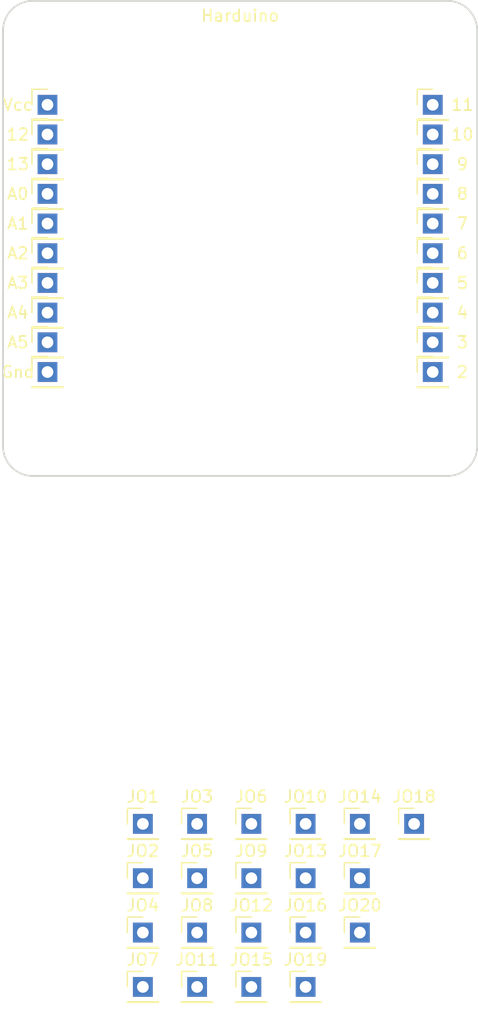
<source format=kicad_pcb>
(kicad_pcb (version 20171130) (host pcbnew "(5.1.4)-1")

  (general
    (thickness 1.6)
    (drawings 29)
    (tracks 0)
    (zones 0)
    (modules 44)
    (nets 21)
  )

  (page A4)
  (layers
    (0 F.Cu signal)
    (31 B.Cu signal)
    (32 B.Adhes user)
    (33 F.Adhes user)
    (34 B.Paste user)
    (35 F.Paste user)
    (36 B.SilkS user)
    (37 F.SilkS user)
    (38 B.Mask user)
    (39 F.Mask user)
    (40 Dwgs.User user)
    (41 Cmts.User user)
    (42 Eco1.User user)
    (43 Eco2.User user)
    (44 Edge.Cuts user)
    (45 Margin user)
    (46 B.CrtYd user)
    (47 F.CrtYd user)
    (48 B.Fab user)
    (49 F.Fab user)
  )

  (setup
    (last_trace_width 0.25)
    (trace_clearance 0.2)
    (zone_clearance 0.508)
    (zone_45_only no)
    (trace_min 0.2)
    (via_size 0.8)
    (via_drill 0.4)
    (via_min_size 0.4)
    (via_min_drill 0.3)
    (uvia_size 0.3)
    (uvia_drill 0.1)
    (uvias_allowed no)
    (uvia_min_size 0.2)
    (uvia_min_drill 0.1)
    (edge_width 0.05)
    (segment_width 0.2)
    (pcb_text_width 0.3)
    (pcb_text_size 1.5 1.5)
    (mod_edge_width 0.12)
    (mod_text_size 1 1)
    (mod_text_width 0.15)
    (pad_size 1.524 1.524)
    (pad_drill 0.762)
    (pad_to_mask_clearance 0.051)
    (solder_mask_min_width 0.25)
    (aux_axis_origin 0 0)
    (visible_elements 7FFFFFFF)
    (pcbplotparams
      (layerselection 0x010fc_ffffffff)
      (usegerberextensions false)
      (usegerberattributes false)
      (usegerberadvancedattributes false)
      (creategerberjobfile false)
      (excludeedgelayer true)
      (linewidth 0.100000)
      (plotframeref false)
      (viasonmask false)
      (mode 1)
      (useauxorigin false)
      (hpglpennumber 1)
      (hpglpenspeed 20)
      (hpglpendiameter 15.000000)
      (psnegative false)
      (psa4output false)
      (plotreference true)
      (plotvalue true)
      (plotinvisibletext false)
      (padsonsilk false)
      (subtractmaskfromsilk false)
      (outputformat 1)
      (mirror false)
      (drillshape 1)
      (scaleselection 1)
      (outputdirectory ""))
  )

  (net 0 "")
  (net 1 "Net-(J1-Pad1)")
  (net 2 "Net-(J2-Pad1)")
  (net 3 "Net-(J3-Pad1)")
  (net 4 "Net-(J4-Pad1)")
  (net 5 "Net-(J5-Pad1)")
  (net 6 "Net-(J6-Pad1)")
  (net 7 "Net-(J7-Pad1)")
  (net 8 "Net-(J8-Pad1)")
  (net 9 "Net-(J9-Pad1)")
  (net 10 "Net-(J10-Pad1)")
  (net 11 "Net-(J11-Pad1)")
  (net 12 "Net-(J12-Pad1)")
  (net 13 "Net-(J13-Pad1)")
  (net 14 "Net-(J14-Pad1)")
  (net 15 "Net-(J15-Pad1)")
  (net 16 "Net-(J16-Pad1)")
  (net 17 "Net-(J17-Pad1)")
  (net 18 "Net-(J18-Pad1)")
  (net 19 "Net-(J19-Pad1)")
  (net 20 "Net-(J20-Pad1)")

  (net_class Default "Это класс цепей по умолчанию."
    (clearance 0.2)
    (trace_width 0.25)
    (via_dia 0.8)
    (via_drill 0.4)
    (uvia_dia 0.3)
    (uvia_drill 0.1)
    (add_net "Net-(J1-Pad1)")
    (add_net "Net-(J10-Pad1)")
    (add_net "Net-(J11-Pad1)")
    (add_net "Net-(J12-Pad1)")
    (add_net "Net-(J13-Pad1)")
    (add_net "Net-(J14-Pad1)")
    (add_net "Net-(J15-Pad1)")
    (add_net "Net-(J16-Pad1)")
    (add_net "Net-(J17-Pad1)")
    (add_net "Net-(J18-Pad1)")
    (add_net "Net-(J19-Pad1)")
    (add_net "Net-(J2-Pad1)")
    (add_net "Net-(J20-Pad1)")
    (add_net "Net-(J3-Pad1)")
    (add_net "Net-(J4-Pad1)")
    (add_net "Net-(J5-Pad1)")
    (add_net "Net-(J6-Pad1)")
    (add_net "Net-(J7-Pad1)")
    (add_net "Net-(J8-Pad1)")
    (add_net "Net-(J9-Pad1)")
  )

  (module MountingHole:MountingHole_3.2mm_M3 (layer F.Cu) (tedit 56D1B4CB) (tstamp 5D79781E)
    (at 92.71 54.61)
    (descr "Mounting Hole 3.2mm, no annular, M3")
    (tags "mounting hole 3.2mm no annular m3")
    (path /5D791BF4)
    (attr virtual)
    (fp_text reference H1 (at -3.81 -4.2) (layer F.SilkS) hide
      (effects (font (size 1 1) (thickness 0.15)))
    )
    (fp_text value MountingHole (at 2.54 -5.08) (layer F.Fab) hide
      (effects (font (size 1 1) (thickness 0.15)))
    )
    (fp_circle (center 0 0) (end 3.45 0) (layer F.CrtYd) (width 0.05))
    (fp_circle (center 0 0) (end 3.2 0) (layer Cmts.User) (width 0.15))
    (fp_text user %R (at 0.3 0) (layer F.Fab)
      (effects (font (size 1 1) (thickness 0.15)))
    )
    (pad 1 np_thru_hole circle (at 0 0) (size 3.2 3.2) (drill 3.2) (layers *.Cu *.Mask))
  )

  (module MountingHole:MountingHole_3.2mm_M3 (layer F.Cu) (tedit 56D1B4CB) (tstamp 5D797826)
    (at 92.71 87.63)
    (descr "Mounting Hole 3.2mm, no annular, M3")
    (tags "mounting hole 3.2mm no annular m3")
    (path /5D793188)
    (attr virtual)
    (fp_text reference H2 (at -3.81 3.81) (layer F.SilkS) hide
      (effects (font (size 1 1) (thickness 0.15)))
    )
    (fp_text value MountingHole (at 3.81 5.08) (layer F.Fab) hide
      (effects (font (size 1 1) (thickness 0.15)))
    )
    (fp_text user %R (at 0.3 0) (layer F.Fab)
      (effects (font (size 1 1) (thickness 0.15)))
    )
    (fp_circle (center 0 0) (end 3.2 0) (layer Cmts.User) (width 0.15))
    (fp_circle (center 0 0) (end 3.45 0) (layer F.CrtYd) (width 0.05))
    (pad 1 np_thru_hole circle (at 0 0) (size 3.2 3.2) (drill 3.2) (layers *.Cu *.Mask))
  )

  (module MountingHole:MountingHole_3.2mm_M3 (layer F.Cu) (tedit 56D1B4CB) (tstamp 5D79782E)
    (at 125.73 54.61)
    (descr "Mounting Hole 3.2mm, no annular, M3")
    (tags "mounting hole 3.2mm no annular m3")
    (path /5D793224)
    (attr virtual)
    (fp_text reference H3 (at 3.81 -3.81) (layer F.SilkS) hide
      (effects (font (size 1 1) (thickness 0.15)))
    )
    (fp_text value MountingHole (at -2.54 -5.08) (layer F.Fab) hide
      (effects (font (size 1 1) (thickness 0.15)))
    )
    (fp_circle (center 0 0) (end 3.45 0) (layer F.CrtYd) (width 0.05))
    (fp_circle (center 0 0) (end 3.2 0) (layer Cmts.User) (width 0.15))
    (fp_text user %R (at 0.3 0) (layer F.Fab)
      (effects (font (size 1 1) (thickness 0.15)))
    )
    (pad 1 np_thru_hole circle (at 0 0) (size 3.2 3.2) (drill 3.2) (layers *.Cu *.Mask))
  )

  (module MountingHole:MountingHole_3.2mm_M3 (layer F.Cu) (tedit 56D1B4CB) (tstamp 5D797836)
    (at 125.73 87.63)
    (descr "Mounting Hole 3.2mm, no annular, M3")
    (tags "mounting hole 3.2mm no annular m3")
    (path /5D7932CC)
    (attr virtual)
    (fp_text reference H4 (at 3.81 3.81) (layer F.SilkS) hide
      (effects (font (size 1 1) (thickness 0.15)))
    )
    (fp_text value MountingHole (at -5.08 5.08) (layer F.Fab) hide
      (effects (font (size 1 1) (thickness 0.15)))
    )
    (fp_text user %R (at 0 0) (layer F.Fab)
      (effects (font (size 1 1) (thickness 0.15)))
    )
    (fp_circle (center 0 0) (end 3.2 0) (layer Cmts.User) (width 0.15))
    (fp_circle (center 0 0) (end 3.45 0) (layer F.CrtYd) (width 0.05))
    (pad 1 np_thru_hole circle (at 0 0) (size 3.2 3.2) (drill 3.2) (layers *.Cu *.Mask))
  )

  (module Connector_PinHeader_2.54mm:PinHeader_1x01_P2.54mm_Vertical (layer F.Cu) (tedit 59FED5CC) (tstamp 5D79784B)
    (at 125.73 82.55)
    (descr "Through hole straight pin header, 1x01, 2.54mm pitch, single row")
    (tags "Through hole pin header THT 1x01 2.54mm single row")
    (path /5D793457)
    (fp_text reference J1 (at -2.54 0) (layer F.SilkS) hide
      (effects (font (size 1 1) (thickness 0.15)))
    )
    (fp_text value 2 (at 2.54 0) (layer F.Fab)
      (effects (font (size 1 1) (thickness 0.15)))
    )
    (fp_text user %R (at 0 0 90) (layer F.Fab)
      (effects (font (size 1 1) (thickness 0.15)))
    )
    (fp_line (start 1.8 -1.8) (end -1.8 -1.8) (layer F.CrtYd) (width 0.05))
    (fp_line (start 1.8 1.8) (end 1.8 -1.8) (layer F.CrtYd) (width 0.05))
    (fp_line (start -1.8 1.8) (end 1.8 1.8) (layer F.CrtYd) (width 0.05))
    (fp_line (start -1.8 -1.8) (end -1.8 1.8) (layer F.CrtYd) (width 0.05))
    (fp_line (start -1.33 -1.33) (end 0 -1.33) (layer F.SilkS) (width 0.12))
    (fp_line (start -1.33 0) (end -1.33 -1.33) (layer F.SilkS) (width 0.12))
    (fp_line (start -1.33 1.27) (end 1.33 1.27) (layer F.SilkS) (width 0.12))
    (fp_line (start 1.33 1.27) (end 1.33 1.33) (layer F.SilkS) (width 0.12))
    (fp_line (start -1.33 1.27) (end -1.33 1.33) (layer F.SilkS) (width 0.12))
    (fp_line (start -1.33 1.33) (end 1.33 1.33) (layer F.SilkS) (width 0.12))
    (fp_line (start -1.27 -0.635) (end -0.635 -1.27) (layer F.Fab) (width 0.1))
    (fp_line (start -1.27 1.27) (end -1.27 -0.635) (layer F.Fab) (width 0.1))
    (fp_line (start 1.27 1.27) (end -1.27 1.27) (layer F.Fab) (width 0.1))
    (fp_line (start 1.27 -1.27) (end 1.27 1.27) (layer F.Fab) (width 0.1))
    (fp_line (start -0.635 -1.27) (end 1.27 -1.27) (layer F.Fab) (width 0.1))
    (pad 1 thru_hole rect (at 0 0) (size 1.7 1.7) (drill 1) (layers *.Cu *.Mask)
      (net 1 "Net-(J1-Pad1)"))
    (model ${KISYS3DMOD}/Connector_PinHeader_2.54mm.3dshapes/PinHeader_1x01_P2.54mm_Vertical.wrl
      (at (xyz 0 0 0))
      (scale (xyz 1 1 1))
      (rotate (xyz 0 0 0))
    )
  )

  (module Connector_PinHeader_2.54mm:PinHeader_1x01_P2.54mm_Vertical (layer F.Cu) (tedit 59FED5CC) (tstamp 5D797860)
    (at 125.73 80.01)
    (descr "Through hole straight pin header, 1x01, 2.54mm pitch, single row")
    (tags "Through hole pin header THT 1x01 2.54mm single row")
    (path /5D794940)
    (fp_text reference J2 (at -2.54 0) (layer F.SilkS) hide
      (effects (font (size 1 1) (thickness 0.15)))
    )
    (fp_text value 3 (at 2.54 0) (layer F.Fab)
      (effects (font (size 1 1) (thickness 0.15)))
    )
    (fp_line (start -0.635 -1.27) (end 1.27 -1.27) (layer F.Fab) (width 0.1))
    (fp_line (start 1.27 -1.27) (end 1.27 1.27) (layer F.Fab) (width 0.1))
    (fp_line (start 1.27 1.27) (end -1.27 1.27) (layer F.Fab) (width 0.1))
    (fp_line (start -1.27 1.27) (end -1.27 -0.635) (layer F.Fab) (width 0.1))
    (fp_line (start -1.27 -0.635) (end -0.635 -1.27) (layer F.Fab) (width 0.1))
    (fp_line (start -1.33 1.33) (end 1.33 1.33) (layer F.SilkS) (width 0.12))
    (fp_line (start -1.33 1.27) (end -1.33 1.33) (layer F.SilkS) (width 0.12))
    (fp_line (start 1.33 1.27) (end 1.33 1.33) (layer F.SilkS) (width 0.12))
    (fp_line (start -1.33 1.27) (end 1.33 1.27) (layer F.SilkS) (width 0.12))
    (fp_line (start -1.33 0) (end -1.33 -1.33) (layer F.SilkS) (width 0.12))
    (fp_line (start -1.33 -1.33) (end 0 -1.33) (layer F.SilkS) (width 0.12))
    (fp_line (start -1.8 -1.8) (end -1.8 1.8) (layer F.CrtYd) (width 0.05))
    (fp_line (start -1.8 1.8) (end 1.8 1.8) (layer F.CrtYd) (width 0.05))
    (fp_line (start 1.8 1.8) (end 1.8 -1.8) (layer F.CrtYd) (width 0.05))
    (fp_line (start 1.8 -1.8) (end -1.8 -1.8) (layer F.CrtYd) (width 0.05))
    (fp_text user %R (at 0 0 90) (layer F.Fab)
      (effects (font (size 1 1) (thickness 0.15)))
    )
    (pad 1 thru_hole rect (at 0 0) (size 1.7 1.7) (drill 1) (layers *.Cu *.Mask)
      (net 2 "Net-(J2-Pad1)"))
    (model ${KISYS3DMOD}/Connector_PinHeader_2.54mm.3dshapes/PinHeader_1x01_P2.54mm_Vertical.wrl
      (at (xyz 0 0 0))
      (scale (xyz 1 1 1))
      (rotate (xyz 0 0 0))
    )
  )

  (module Connector_PinHeader_2.54mm:PinHeader_1x01_P2.54mm_Vertical (layer F.Cu) (tedit 59FED5CC) (tstamp 5D797875)
    (at 125.73 77.47)
    (descr "Through hole straight pin header, 1x01, 2.54mm pitch, single row")
    (tags "Through hole pin header THT 1x01 2.54mm single row")
    (path /5D794B32)
    (fp_text reference J3 (at -2.54 0) (layer F.SilkS) hide
      (effects (font (size 1 1) (thickness 0.15)))
    )
    (fp_text value 4 (at 2.54 0) (layer F.Fab)
      (effects (font (size 1 1) (thickness 0.15)))
    )
    (fp_text user %R (at 0 0 90) (layer F.Fab)
      (effects (font (size 1 1) (thickness 0.15)))
    )
    (fp_line (start 1.8 -1.8) (end -1.8 -1.8) (layer F.CrtYd) (width 0.05))
    (fp_line (start 1.8 1.8) (end 1.8 -1.8) (layer F.CrtYd) (width 0.05))
    (fp_line (start -1.8 1.8) (end 1.8 1.8) (layer F.CrtYd) (width 0.05))
    (fp_line (start -1.8 -1.8) (end -1.8 1.8) (layer F.CrtYd) (width 0.05))
    (fp_line (start -1.33 -1.33) (end 0 -1.33) (layer F.SilkS) (width 0.12))
    (fp_line (start -1.33 0) (end -1.33 -1.33) (layer F.SilkS) (width 0.12))
    (fp_line (start -1.33 1.27) (end 1.33 1.27) (layer F.SilkS) (width 0.12))
    (fp_line (start 1.33 1.27) (end 1.33 1.33) (layer F.SilkS) (width 0.12))
    (fp_line (start -1.33 1.27) (end -1.33 1.33) (layer F.SilkS) (width 0.12))
    (fp_line (start -1.33 1.33) (end 1.33 1.33) (layer F.SilkS) (width 0.12))
    (fp_line (start -1.27 -0.635) (end -0.635 -1.27) (layer F.Fab) (width 0.1))
    (fp_line (start -1.27 1.27) (end -1.27 -0.635) (layer F.Fab) (width 0.1))
    (fp_line (start 1.27 1.27) (end -1.27 1.27) (layer F.Fab) (width 0.1))
    (fp_line (start 1.27 -1.27) (end 1.27 1.27) (layer F.Fab) (width 0.1))
    (fp_line (start -0.635 -1.27) (end 1.27 -1.27) (layer F.Fab) (width 0.1))
    (pad 1 thru_hole rect (at 0 0) (size 1.7 1.7) (drill 1) (layers *.Cu *.Mask)
      (net 3 "Net-(J3-Pad1)"))
    (model ${KISYS3DMOD}/Connector_PinHeader_2.54mm.3dshapes/PinHeader_1x01_P2.54mm_Vertical.wrl
      (at (xyz 0 0 0))
      (scale (xyz 1 1 1))
      (rotate (xyz 0 0 0))
    )
  )

  (module Connector_PinHeader_2.54mm:PinHeader_1x01_P2.54mm_Vertical (layer F.Cu) (tedit 59FED5CC) (tstamp 5D79788A)
    (at 125.73 74.93)
    (descr "Through hole straight pin header, 1x01, 2.54mm pitch, single row")
    (tags "Through hole pin header THT 1x01 2.54mm single row")
    (path /5D794C66)
    (fp_text reference J4 (at -2.54 0) (layer F.SilkS) hide
      (effects (font (size 1 1) (thickness 0.15)))
    )
    (fp_text value 5 (at 2.54 0) (layer F.Fab)
      (effects (font (size 1 1) (thickness 0.15)))
    )
    (fp_line (start -0.635 -1.27) (end 1.27 -1.27) (layer F.Fab) (width 0.1))
    (fp_line (start 1.27 -1.27) (end 1.27 1.27) (layer F.Fab) (width 0.1))
    (fp_line (start 1.27 1.27) (end -1.27 1.27) (layer F.Fab) (width 0.1))
    (fp_line (start -1.27 1.27) (end -1.27 -0.635) (layer F.Fab) (width 0.1))
    (fp_line (start -1.27 -0.635) (end -0.635 -1.27) (layer F.Fab) (width 0.1))
    (fp_line (start -1.33 1.33) (end 1.33 1.33) (layer F.SilkS) (width 0.12))
    (fp_line (start -1.33 1.27) (end -1.33 1.33) (layer F.SilkS) (width 0.12))
    (fp_line (start 1.33 1.27) (end 1.33 1.33) (layer F.SilkS) (width 0.12))
    (fp_line (start -1.33 1.27) (end 1.33 1.27) (layer F.SilkS) (width 0.12))
    (fp_line (start -1.33 0) (end -1.33 -1.33) (layer F.SilkS) (width 0.12))
    (fp_line (start -1.33 -1.33) (end 0 -1.33) (layer F.SilkS) (width 0.12))
    (fp_line (start -1.8 -1.8) (end -1.8 1.8) (layer F.CrtYd) (width 0.05))
    (fp_line (start -1.8 1.8) (end 1.8 1.8) (layer F.CrtYd) (width 0.05))
    (fp_line (start 1.8 1.8) (end 1.8 -1.8) (layer F.CrtYd) (width 0.05))
    (fp_line (start 1.8 -1.8) (end -1.8 -1.8) (layer F.CrtYd) (width 0.05))
    (fp_text user %R (at 0 0 90) (layer F.Fab)
      (effects (font (size 1 1) (thickness 0.15)))
    )
    (pad 1 thru_hole rect (at 0 0) (size 1.7 1.7) (drill 1) (layers *.Cu *.Mask)
      (net 4 "Net-(J4-Pad1)"))
    (model ${KISYS3DMOD}/Connector_PinHeader_2.54mm.3dshapes/PinHeader_1x01_P2.54mm_Vertical.wrl
      (at (xyz 0 0 0))
      (scale (xyz 1 1 1))
      (rotate (xyz 0 0 0))
    )
  )

  (module Connector_PinHeader_2.54mm:PinHeader_1x01_P2.54mm_Vertical (layer F.Cu) (tedit 59FED5CC) (tstamp 5D79789F)
    (at 125.73 72.39)
    (descr "Through hole straight pin header, 1x01, 2.54mm pitch, single row")
    (tags "Through hole pin header THT 1x01 2.54mm single row")
    (path /5D794EF4)
    (fp_text reference J5 (at -2.54 0) (layer F.SilkS) hide
      (effects (font (size 1 1) (thickness 0.15)))
    )
    (fp_text value 6 (at 2.54 0) (layer F.Fab)
      (effects (font (size 1 1) (thickness 0.15)))
    )
    (fp_text user %R (at 0 0 90) (layer F.Fab)
      (effects (font (size 1 1) (thickness 0.15)))
    )
    (fp_line (start 1.8 -1.8) (end -1.8 -1.8) (layer F.CrtYd) (width 0.05))
    (fp_line (start 1.8 1.8) (end 1.8 -1.8) (layer F.CrtYd) (width 0.05))
    (fp_line (start -1.8 1.8) (end 1.8 1.8) (layer F.CrtYd) (width 0.05))
    (fp_line (start -1.8 -1.8) (end -1.8 1.8) (layer F.CrtYd) (width 0.05))
    (fp_line (start -1.33 -1.33) (end 0 -1.33) (layer F.SilkS) (width 0.12))
    (fp_line (start -1.33 0) (end -1.33 -1.33) (layer F.SilkS) (width 0.12))
    (fp_line (start -1.33 1.27) (end 1.33 1.27) (layer F.SilkS) (width 0.12))
    (fp_line (start 1.33 1.27) (end 1.33 1.33) (layer F.SilkS) (width 0.12))
    (fp_line (start -1.33 1.27) (end -1.33 1.33) (layer F.SilkS) (width 0.12))
    (fp_line (start -1.33 1.33) (end 1.33 1.33) (layer F.SilkS) (width 0.12))
    (fp_line (start -1.27 -0.635) (end -0.635 -1.27) (layer F.Fab) (width 0.1))
    (fp_line (start -1.27 1.27) (end -1.27 -0.635) (layer F.Fab) (width 0.1))
    (fp_line (start 1.27 1.27) (end -1.27 1.27) (layer F.Fab) (width 0.1))
    (fp_line (start 1.27 -1.27) (end 1.27 1.27) (layer F.Fab) (width 0.1))
    (fp_line (start -0.635 -1.27) (end 1.27 -1.27) (layer F.Fab) (width 0.1))
    (pad 1 thru_hole rect (at 0 0) (size 1.7 1.7) (drill 1) (layers *.Cu *.Mask)
      (net 5 "Net-(J5-Pad1)"))
    (model ${KISYS3DMOD}/Connector_PinHeader_2.54mm.3dshapes/PinHeader_1x01_P2.54mm_Vertical.wrl
      (at (xyz 0 0 0))
      (scale (xyz 1 1 1))
      (rotate (xyz 0 0 0))
    )
  )

  (module Connector_PinHeader_2.54mm:PinHeader_1x01_P2.54mm_Vertical (layer F.Cu) (tedit 59FED5CC) (tstamp 5D7978B4)
    (at 125.73 69.85)
    (descr "Through hole straight pin header, 1x01, 2.54mm pitch, single row")
    (tags "Through hole pin header THT 1x01 2.54mm single row")
    (path /5D795168)
    (fp_text reference J6 (at -2.54 0) (layer F.SilkS) hide
      (effects (font (size 1 1) (thickness 0.15)))
    )
    (fp_text value 7 (at 2.54 0) (layer F.Fab)
      (effects (font (size 1 1) (thickness 0.15)))
    )
    (fp_line (start -0.635 -1.27) (end 1.27 -1.27) (layer F.Fab) (width 0.1))
    (fp_line (start 1.27 -1.27) (end 1.27 1.27) (layer F.Fab) (width 0.1))
    (fp_line (start 1.27 1.27) (end -1.27 1.27) (layer F.Fab) (width 0.1))
    (fp_line (start -1.27 1.27) (end -1.27 -0.635) (layer F.Fab) (width 0.1))
    (fp_line (start -1.27 -0.635) (end -0.635 -1.27) (layer F.Fab) (width 0.1))
    (fp_line (start -1.33 1.33) (end 1.33 1.33) (layer F.SilkS) (width 0.12))
    (fp_line (start -1.33 1.27) (end -1.33 1.33) (layer F.SilkS) (width 0.12))
    (fp_line (start 1.33 1.27) (end 1.33 1.33) (layer F.SilkS) (width 0.12))
    (fp_line (start -1.33 1.27) (end 1.33 1.27) (layer F.SilkS) (width 0.12))
    (fp_line (start -1.33 0) (end -1.33 -1.33) (layer F.SilkS) (width 0.12))
    (fp_line (start -1.33 -1.33) (end 0 -1.33) (layer F.SilkS) (width 0.12))
    (fp_line (start -1.8 -1.8) (end -1.8 1.8) (layer F.CrtYd) (width 0.05))
    (fp_line (start -1.8 1.8) (end 1.8 1.8) (layer F.CrtYd) (width 0.05))
    (fp_line (start 1.8 1.8) (end 1.8 -1.8) (layer F.CrtYd) (width 0.05))
    (fp_line (start 1.8 -1.8) (end -1.8 -1.8) (layer F.CrtYd) (width 0.05))
    (fp_text user %R (at 0 0 90) (layer F.Fab)
      (effects (font (size 1 1) (thickness 0.15)))
    )
    (pad 1 thru_hole rect (at 0 0) (size 1.7 1.7) (drill 1) (layers *.Cu *.Mask)
      (net 6 "Net-(J6-Pad1)"))
    (model ${KISYS3DMOD}/Connector_PinHeader_2.54mm.3dshapes/PinHeader_1x01_P2.54mm_Vertical.wrl
      (at (xyz 0 0 0))
      (scale (xyz 1 1 1))
      (rotate (xyz 0 0 0))
    )
  )

  (module Connector_PinHeader_2.54mm:PinHeader_1x01_P2.54mm_Vertical (layer F.Cu) (tedit 59FED5CC) (tstamp 5D7978C9)
    (at 125.73 67.31)
    (descr "Through hole straight pin header, 1x01, 2.54mm pitch, single row")
    (tags "Through hole pin header THT 1x01 2.54mm single row")
    (path /5D795340)
    (fp_text reference J7 (at -2.54 0) (layer F.SilkS) hide
      (effects (font (size 1 1) (thickness 0.15)))
    )
    (fp_text value 8 (at 2.54 0) (layer F.Fab)
      (effects (font (size 1 1) (thickness 0.15)))
    )
    (fp_text user %R (at 0 0 90) (layer F.Fab)
      (effects (font (size 1 1) (thickness 0.15)))
    )
    (fp_line (start 1.8 -1.8) (end -1.8 -1.8) (layer F.CrtYd) (width 0.05))
    (fp_line (start 1.8 1.8) (end 1.8 -1.8) (layer F.CrtYd) (width 0.05))
    (fp_line (start -1.8 1.8) (end 1.8 1.8) (layer F.CrtYd) (width 0.05))
    (fp_line (start -1.8 -1.8) (end -1.8 1.8) (layer F.CrtYd) (width 0.05))
    (fp_line (start -1.33 -1.33) (end 0 -1.33) (layer F.SilkS) (width 0.12))
    (fp_line (start -1.33 0) (end -1.33 -1.33) (layer F.SilkS) (width 0.12))
    (fp_line (start -1.33 1.27) (end 1.33 1.27) (layer F.SilkS) (width 0.12))
    (fp_line (start 1.33 1.27) (end 1.33 1.33) (layer F.SilkS) (width 0.12))
    (fp_line (start -1.33 1.27) (end -1.33 1.33) (layer F.SilkS) (width 0.12))
    (fp_line (start -1.33 1.33) (end 1.33 1.33) (layer F.SilkS) (width 0.12))
    (fp_line (start -1.27 -0.635) (end -0.635 -1.27) (layer F.Fab) (width 0.1))
    (fp_line (start -1.27 1.27) (end -1.27 -0.635) (layer F.Fab) (width 0.1))
    (fp_line (start 1.27 1.27) (end -1.27 1.27) (layer F.Fab) (width 0.1))
    (fp_line (start 1.27 -1.27) (end 1.27 1.27) (layer F.Fab) (width 0.1))
    (fp_line (start -0.635 -1.27) (end 1.27 -1.27) (layer F.Fab) (width 0.1))
    (pad 1 thru_hole rect (at 0 0) (size 1.7 1.7) (drill 1) (layers *.Cu *.Mask)
      (net 7 "Net-(J7-Pad1)"))
    (model ${KISYS3DMOD}/Connector_PinHeader_2.54mm.3dshapes/PinHeader_1x01_P2.54mm_Vertical.wrl
      (at (xyz 0 0 0))
      (scale (xyz 1 1 1))
      (rotate (xyz 0 0 0))
    )
  )

  (module Connector_PinHeader_2.54mm:PinHeader_1x01_P2.54mm_Vertical (layer F.Cu) (tedit 59FED5CC) (tstamp 5D7978DE)
    (at 125.73 64.77)
    (descr "Through hole straight pin header, 1x01, 2.54mm pitch, single row")
    (tags "Through hole pin header THT 1x01 2.54mm single row")
    (path /5D7955DE)
    (fp_text reference J8 (at -2.54 0) (layer F.SilkS) hide
      (effects (font (size 1 1) (thickness 0.15)))
    )
    (fp_text value 9 (at 2.54 0) (layer F.Fab)
      (effects (font (size 1 1) (thickness 0.15)))
    )
    (fp_line (start -0.635 -1.27) (end 1.27 -1.27) (layer F.Fab) (width 0.1))
    (fp_line (start 1.27 -1.27) (end 1.27 1.27) (layer F.Fab) (width 0.1))
    (fp_line (start 1.27 1.27) (end -1.27 1.27) (layer F.Fab) (width 0.1))
    (fp_line (start -1.27 1.27) (end -1.27 -0.635) (layer F.Fab) (width 0.1))
    (fp_line (start -1.27 -0.635) (end -0.635 -1.27) (layer F.Fab) (width 0.1))
    (fp_line (start -1.33 1.33) (end 1.33 1.33) (layer F.SilkS) (width 0.12))
    (fp_line (start -1.33 1.27) (end -1.33 1.33) (layer F.SilkS) (width 0.12))
    (fp_line (start 1.33 1.27) (end 1.33 1.33) (layer F.SilkS) (width 0.12))
    (fp_line (start -1.33 1.27) (end 1.33 1.27) (layer F.SilkS) (width 0.12))
    (fp_line (start -1.33 0) (end -1.33 -1.33) (layer F.SilkS) (width 0.12))
    (fp_line (start -1.33 -1.33) (end 0 -1.33) (layer F.SilkS) (width 0.12))
    (fp_line (start -1.8 -1.8) (end -1.8 1.8) (layer F.CrtYd) (width 0.05))
    (fp_line (start -1.8 1.8) (end 1.8 1.8) (layer F.CrtYd) (width 0.05))
    (fp_line (start 1.8 1.8) (end 1.8 -1.8) (layer F.CrtYd) (width 0.05))
    (fp_line (start 1.8 -1.8) (end -1.8 -1.8) (layer F.CrtYd) (width 0.05))
    (fp_text user %R (at 0 0 90) (layer F.Fab)
      (effects (font (size 1 1) (thickness 0.15)))
    )
    (pad 1 thru_hole rect (at 0 0) (size 1.7 1.7) (drill 1) (layers *.Cu *.Mask)
      (net 8 "Net-(J8-Pad1)"))
    (model ${KISYS3DMOD}/Connector_PinHeader_2.54mm.3dshapes/PinHeader_1x01_P2.54mm_Vertical.wrl
      (at (xyz 0 0 0))
      (scale (xyz 1 1 1))
      (rotate (xyz 0 0 0))
    )
  )

  (module Connector_PinHeader_2.54mm:PinHeader_1x01_P2.54mm_Vertical (layer F.Cu) (tedit 59FED5CC) (tstamp 5D7978F3)
    (at 125.73 62.23)
    (descr "Through hole straight pin header, 1x01, 2.54mm pitch, single row")
    (tags "Through hole pin header THT 1x01 2.54mm single row")
    (path /5D7957DA)
    (fp_text reference J9 (at -2.54 0) (layer F.SilkS) hide
      (effects (font (size 1 1) (thickness 0.15)))
    )
    (fp_text value 10 (at 2.54 0) (layer F.Fab)
      (effects (font (size 1 1) (thickness 0.15)))
    )
    (fp_text user %R (at 0 0 90) (layer F.Fab)
      (effects (font (size 1 1) (thickness 0.15)))
    )
    (fp_line (start 1.8 -1.8) (end -1.8 -1.8) (layer F.CrtYd) (width 0.05))
    (fp_line (start 1.8 1.8) (end 1.8 -1.8) (layer F.CrtYd) (width 0.05))
    (fp_line (start -1.8 1.8) (end 1.8 1.8) (layer F.CrtYd) (width 0.05))
    (fp_line (start -1.8 -1.8) (end -1.8 1.8) (layer F.CrtYd) (width 0.05))
    (fp_line (start -1.33 -1.33) (end 0 -1.33) (layer F.SilkS) (width 0.12))
    (fp_line (start -1.33 0) (end -1.33 -1.33) (layer F.SilkS) (width 0.12))
    (fp_line (start -1.33 1.27) (end 1.33 1.27) (layer F.SilkS) (width 0.12))
    (fp_line (start 1.33 1.27) (end 1.33 1.33) (layer F.SilkS) (width 0.12))
    (fp_line (start -1.33 1.27) (end -1.33 1.33) (layer F.SilkS) (width 0.12))
    (fp_line (start -1.33 1.33) (end 1.33 1.33) (layer F.SilkS) (width 0.12))
    (fp_line (start -1.27 -0.635) (end -0.635 -1.27) (layer F.Fab) (width 0.1))
    (fp_line (start -1.27 1.27) (end -1.27 -0.635) (layer F.Fab) (width 0.1))
    (fp_line (start 1.27 1.27) (end -1.27 1.27) (layer F.Fab) (width 0.1))
    (fp_line (start 1.27 -1.27) (end 1.27 1.27) (layer F.Fab) (width 0.1))
    (fp_line (start -0.635 -1.27) (end 1.27 -1.27) (layer F.Fab) (width 0.1))
    (pad 1 thru_hole rect (at 0 0) (size 1.7 1.7) (drill 1) (layers *.Cu *.Mask)
      (net 9 "Net-(J9-Pad1)"))
    (model ${KISYS3DMOD}/Connector_PinHeader_2.54mm.3dshapes/PinHeader_1x01_P2.54mm_Vertical.wrl
      (at (xyz 0 0 0))
      (scale (xyz 1 1 1))
      (rotate (xyz 0 0 0))
    )
  )

  (module Connector_PinHeader_2.54mm:PinHeader_1x01_P2.54mm_Vertical (layer F.Cu) (tedit 59FED5CC) (tstamp 5D797908)
    (at 125.73 59.69)
    (descr "Through hole straight pin header, 1x01, 2.54mm pitch, single row")
    (tags "Through hole pin header THT 1x01 2.54mm single row")
    (path /5D795810)
    (fp_text reference J10 (at -2.54 0) (layer F.SilkS) hide
      (effects (font (size 1 1) (thickness 0.15)))
    )
    (fp_text value 11 (at 2.54 0) (layer F.Fab)
      (effects (font (size 1 1) (thickness 0.15)))
    )
    (fp_line (start -0.635 -1.27) (end 1.27 -1.27) (layer F.Fab) (width 0.1))
    (fp_line (start 1.27 -1.27) (end 1.27 1.27) (layer F.Fab) (width 0.1))
    (fp_line (start 1.27 1.27) (end -1.27 1.27) (layer F.Fab) (width 0.1))
    (fp_line (start -1.27 1.27) (end -1.27 -0.635) (layer F.Fab) (width 0.1))
    (fp_line (start -1.27 -0.635) (end -0.635 -1.27) (layer F.Fab) (width 0.1))
    (fp_line (start -1.33 1.33) (end 1.33 1.33) (layer F.SilkS) (width 0.12))
    (fp_line (start -1.33 1.27) (end -1.33 1.33) (layer F.SilkS) (width 0.12))
    (fp_line (start 1.33 1.27) (end 1.33 1.33) (layer F.SilkS) (width 0.12))
    (fp_line (start -1.33 1.27) (end 1.33 1.27) (layer F.SilkS) (width 0.12))
    (fp_line (start -1.33 0) (end -1.33 -1.33) (layer F.SilkS) (width 0.12))
    (fp_line (start -1.33 -1.33) (end 0 -1.33) (layer F.SilkS) (width 0.12))
    (fp_line (start -1.8 -1.8) (end -1.8 1.8) (layer F.CrtYd) (width 0.05))
    (fp_line (start -1.8 1.8) (end 1.8 1.8) (layer F.CrtYd) (width 0.05))
    (fp_line (start 1.8 1.8) (end 1.8 -1.8) (layer F.CrtYd) (width 0.05))
    (fp_line (start 1.8 -1.8) (end -1.8 -1.8) (layer F.CrtYd) (width 0.05))
    (fp_text user %R (at 0 0 90) (layer F.Fab)
      (effects (font (size 1 1) (thickness 0.15)))
    )
    (pad 1 thru_hole rect (at 0 0) (size 1.7 1.7) (drill 1) (layers *.Cu *.Mask)
      (net 10 "Net-(J10-Pad1)"))
    (model ${KISYS3DMOD}/Connector_PinHeader_2.54mm.3dshapes/PinHeader_1x01_P2.54mm_Vertical.wrl
      (at (xyz 0 0 0))
      (scale (xyz 1 1 1))
      (rotate (xyz 0 0 0))
    )
  )

  (module Connector_PinHeader_2.54mm:PinHeader_1x01_P2.54mm_Vertical (layer F.Cu) (tedit 59FED5CC) (tstamp 5D79791D)
    (at 92.71 62.23)
    (descr "Through hole straight pin header, 1x01, 2.54mm pitch, single row")
    (tags "Through hole pin header THT 1x01 2.54mm single row")
    (path /5D7959D6)
    (fp_text reference J11 (at 3.175 0) (layer F.SilkS) hide
      (effects (font (size 1 1) (thickness 0.15)))
    )
    (fp_text value 12 (at -2.54 0) (layer F.Fab)
      (effects (font (size 1 1) (thickness 0.15)))
    )
    (fp_text user %R (at 0 0 90) (layer F.Fab)
      (effects (font (size 1 1) (thickness 0.15)))
    )
    (fp_line (start 1.8 -1.8) (end -1.8 -1.8) (layer F.CrtYd) (width 0.05))
    (fp_line (start 1.8 1.8) (end 1.8 -1.8) (layer F.CrtYd) (width 0.05))
    (fp_line (start -1.8 1.8) (end 1.8 1.8) (layer F.CrtYd) (width 0.05))
    (fp_line (start -1.8 -1.8) (end -1.8 1.8) (layer F.CrtYd) (width 0.05))
    (fp_line (start -1.33 -1.33) (end 0 -1.33) (layer F.SilkS) (width 0.12))
    (fp_line (start -1.33 0) (end -1.33 -1.33) (layer F.SilkS) (width 0.12))
    (fp_line (start -1.33 1.27) (end 1.33 1.27) (layer F.SilkS) (width 0.12))
    (fp_line (start 1.33 1.27) (end 1.33 1.33) (layer F.SilkS) (width 0.12))
    (fp_line (start -1.33 1.27) (end -1.33 1.33) (layer F.SilkS) (width 0.12))
    (fp_line (start -1.33 1.33) (end 1.33 1.33) (layer F.SilkS) (width 0.12))
    (fp_line (start -1.27 -0.635) (end -0.635 -1.27) (layer F.Fab) (width 0.1))
    (fp_line (start -1.27 1.27) (end -1.27 -0.635) (layer F.Fab) (width 0.1))
    (fp_line (start 1.27 1.27) (end -1.27 1.27) (layer F.Fab) (width 0.1))
    (fp_line (start 1.27 -1.27) (end 1.27 1.27) (layer F.Fab) (width 0.1))
    (fp_line (start -0.635 -1.27) (end 1.27 -1.27) (layer F.Fab) (width 0.1))
    (pad 1 thru_hole rect (at 0 0) (size 1.7 1.7) (drill 1) (layers *.Cu *.Mask)
      (net 11 "Net-(J11-Pad1)"))
    (model ${KISYS3DMOD}/Connector_PinHeader_2.54mm.3dshapes/PinHeader_1x01_P2.54mm_Vertical.wrl
      (at (xyz 0 0 0))
      (scale (xyz 1 1 1))
      (rotate (xyz 0 0 0))
    )
  )

  (module Connector_PinHeader_2.54mm:PinHeader_1x01_P2.54mm_Vertical (layer F.Cu) (tedit 59FED5CC) (tstamp 5D797932)
    (at 92.71 64.77)
    (descr "Through hole straight pin header, 1x01, 2.54mm pitch, single row")
    (tags "Through hole pin header THT 1x01 2.54mm single row")
    (path /5D79744D)
    (fp_text reference J12 (at 3.175 0) (layer F.SilkS) hide
      (effects (font (size 1 1) (thickness 0.15)))
    )
    (fp_text value 13 (at -2.54 0) (layer F.Fab)
      (effects (font (size 1 1) (thickness 0.15)))
    )
    (fp_line (start -0.635 -1.27) (end 1.27 -1.27) (layer F.Fab) (width 0.1))
    (fp_line (start 1.27 -1.27) (end 1.27 1.27) (layer F.Fab) (width 0.1))
    (fp_line (start 1.27 1.27) (end -1.27 1.27) (layer F.Fab) (width 0.1))
    (fp_line (start -1.27 1.27) (end -1.27 -0.635) (layer F.Fab) (width 0.1))
    (fp_line (start -1.27 -0.635) (end -0.635 -1.27) (layer F.Fab) (width 0.1))
    (fp_line (start -1.33 1.33) (end 1.33 1.33) (layer F.SilkS) (width 0.12))
    (fp_line (start -1.33 1.27) (end -1.33 1.33) (layer F.SilkS) (width 0.12))
    (fp_line (start 1.33 1.27) (end 1.33 1.33) (layer F.SilkS) (width 0.12))
    (fp_line (start -1.33 1.27) (end 1.33 1.27) (layer F.SilkS) (width 0.12))
    (fp_line (start -1.33 0) (end -1.33 -1.33) (layer F.SilkS) (width 0.12))
    (fp_line (start -1.33 -1.33) (end 0 -1.33) (layer F.SilkS) (width 0.12))
    (fp_line (start -1.8 -1.8) (end -1.8 1.8) (layer F.CrtYd) (width 0.05))
    (fp_line (start -1.8 1.8) (end 1.8 1.8) (layer F.CrtYd) (width 0.05))
    (fp_line (start 1.8 1.8) (end 1.8 -1.8) (layer F.CrtYd) (width 0.05))
    (fp_line (start 1.8 -1.8) (end -1.8 -1.8) (layer F.CrtYd) (width 0.05))
    (fp_text user %R (at 0 0 90) (layer F.Fab)
      (effects (font (size 1 1) (thickness 0.15)))
    )
    (pad 1 thru_hole rect (at 0 0) (size 1.7 1.7) (drill 1) (layers *.Cu *.Mask)
      (net 12 "Net-(J12-Pad1)"))
    (model ${KISYS3DMOD}/Connector_PinHeader_2.54mm.3dshapes/PinHeader_1x01_P2.54mm_Vertical.wrl
      (at (xyz 0 0 0))
      (scale (xyz 1 1 1))
      (rotate (xyz 0 0 0))
    )
  )

  (module Connector_PinHeader_2.54mm:PinHeader_1x01_P2.54mm_Vertical (layer F.Cu) (tedit 59FED5CC) (tstamp 5D797947)
    (at 92.71 67.31)
    (descr "Through hole straight pin header, 1x01, 2.54mm pitch, single row")
    (tags "Through hole pin header THT 1x01 2.54mm single row")
    (path /5D795BCF)
    (fp_text reference J13 (at 3.175 0) (layer F.SilkS) hide
      (effects (font (size 1 1) (thickness 0.15)))
    )
    (fp_text value A0 (at -2.54 0) (layer F.Fab)
      (effects (font (size 1 1) (thickness 0.15)))
    )
    (fp_line (start -0.635 -1.27) (end 1.27 -1.27) (layer F.Fab) (width 0.1))
    (fp_line (start 1.27 -1.27) (end 1.27 1.27) (layer F.Fab) (width 0.1))
    (fp_line (start 1.27 1.27) (end -1.27 1.27) (layer F.Fab) (width 0.1))
    (fp_line (start -1.27 1.27) (end -1.27 -0.635) (layer F.Fab) (width 0.1))
    (fp_line (start -1.27 -0.635) (end -0.635 -1.27) (layer F.Fab) (width 0.1))
    (fp_line (start -1.33 1.33) (end 1.33 1.33) (layer F.SilkS) (width 0.12))
    (fp_line (start -1.33 1.27) (end -1.33 1.33) (layer F.SilkS) (width 0.12))
    (fp_line (start 1.33 1.27) (end 1.33 1.33) (layer F.SilkS) (width 0.12))
    (fp_line (start -1.33 1.27) (end 1.33 1.27) (layer F.SilkS) (width 0.12))
    (fp_line (start -1.33 0) (end -1.33 -1.33) (layer F.SilkS) (width 0.12))
    (fp_line (start -1.33 -1.33) (end 0 -1.33) (layer F.SilkS) (width 0.12))
    (fp_line (start -1.8 -1.8) (end -1.8 1.8) (layer F.CrtYd) (width 0.05))
    (fp_line (start -1.8 1.8) (end 1.8 1.8) (layer F.CrtYd) (width 0.05))
    (fp_line (start 1.8 1.8) (end 1.8 -1.8) (layer F.CrtYd) (width 0.05))
    (fp_line (start 1.8 -1.8) (end -1.8 -1.8) (layer F.CrtYd) (width 0.05))
    (fp_text user %R (at 0 0 90) (layer F.Fab)
      (effects (font (size 1 1) (thickness 0.15)))
    )
    (pad 1 thru_hole rect (at 0 0) (size 1.7 1.7) (drill 1) (layers *.Cu *.Mask)
      (net 13 "Net-(J13-Pad1)"))
    (model ${KISYS3DMOD}/Connector_PinHeader_2.54mm.3dshapes/PinHeader_1x01_P2.54mm_Vertical.wrl
      (at (xyz 0 0 0))
      (scale (xyz 1 1 1))
      (rotate (xyz 0 0 0))
    )
  )

  (module Connector_PinHeader_2.54mm:PinHeader_1x01_P2.54mm_Vertical (layer F.Cu) (tedit 59FED5CC) (tstamp 5D79795C)
    (at 92.71 69.85)
    (descr "Through hole straight pin header, 1x01, 2.54mm pitch, single row")
    (tags "Through hole pin header THT 1x01 2.54mm single row")
    (path /5D7961B8)
    (fp_text reference J14 (at 3.175 0) (layer F.SilkS) hide
      (effects (font (size 1 1) (thickness 0.15)))
    )
    (fp_text value A1 (at -2.54 0) (layer F.Fab)
      (effects (font (size 1 1) (thickness 0.15)))
    )
    (fp_text user %R (at 0 0 90) (layer F.Fab)
      (effects (font (size 1 1) (thickness 0.15)))
    )
    (fp_line (start 1.8 -1.8) (end -1.8 -1.8) (layer F.CrtYd) (width 0.05))
    (fp_line (start 1.8 1.8) (end 1.8 -1.8) (layer F.CrtYd) (width 0.05))
    (fp_line (start -1.8 1.8) (end 1.8 1.8) (layer F.CrtYd) (width 0.05))
    (fp_line (start -1.8 -1.8) (end -1.8 1.8) (layer F.CrtYd) (width 0.05))
    (fp_line (start -1.33 -1.33) (end 0 -1.33) (layer F.SilkS) (width 0.12))
    (fp_line (start -1.33 0) (end -1.33 -1.33) (layer F.SilkS) (width 0.12))
    (fp_line (start -1.33 1.27) (end 1.33 1.27) (layer F.SilkS) (width 0.12))
    (fp_line (start 1.33 1.27) (end 1.33 1.33) (layer F.SilkS) (width 0.12))
    (fp_line (start -1.33 1.27) (end -1.33 1.33) (layer F.SilkS) (width 0.12))
    (fp_line (start -1.33 1.33) (end 1.33 1.33) (layer F.SilkS) (width 0.12))
    (fp_line (start -1.27 -0.635) (end -0.635 -1.27) (layer F.Fab) (width 0.1))
    (fp_line (start -1.27 1.27) (end -1.27 -0.635) (layer F.Fab) (width 0.1))
    (fp_line (start 1.27 1.27) (end -1.27 1.27) (layer F.Fab) (width 0.1))
    (fp_line (start 1.27 -1.27) (end 1.27 1.27) (layer F.Fab) (width 0.1))
    (fp_line (start -0.635 -1.27) (end 1.27 -1.27) (layer F.Fab) (width 0.1))
    (pad 1 thru_hole rect (at 0 0) (size 1.7 1.7) (drill 1) (layers *.Cu *.Mask)
      (net 14 "Net-(J14-Pad1)"))
    (model ${KISYS3DMOD}/Connector_PinHeader_2.54mm.3dshapes/PinHeader_1x01_P2.54mm_Vertical.wrl
      (at (xyz 0 0 0))
      (scale (xyz 1 1 1))
      (rotate (xyz 0 0 0))
    )
  )

  (module Connector_PinHeader_2.54mm:PinHeader_1x01_P2.54mm_Vertical (layer F.Cu) (tedit 59FED5CC) (tstamp 5D797971)
    (at 92.71 72.39)
    (descr "Through hole straight pin header, 1x01, 2.54mm pitch, single row")
    (tags "Through hole pin header THT 1x01 2.54mm single row")
    (path /5D7963EC)
    (fp_text reference J15 (at 3.175 0) (layer F.SilkS) hide
      (effects (font (size 1 1) (thickness 0.15)))
    )
    (fp_text value A2 (at -2.54 0) (layer F.Fab)
      (effects (font (size 1 1) (thickness 0.15)))
    )
    (fp_line (start -0.635 -1.27) (end 1.27 -1.27) (layer F.Fab) (width 0.1))
    (fp_line (start 1.27 -1.27) (end 1.27 1.27) (layer F.Fab) (width 0.1))
    (fp_line (start 1.27 1.27) (end -1.27 1.27) (layer F.Fab) (width 0.1))
    (fp_line (start -1.27 1.27) (end -1.27 -0.635) (layer F.Fab) (width 0.1))
    (fp_line (start -1.27 -0.635) (end -0.635 -1.27) (layer F.Fab) (width 0.1))
    (fp_line (start -1.33 1.33) (end 1.33 1.33) (layer F.SilkS) (width 0.12))
    (fp_line (start -1.33 1.27) (end -1.33 1.33) (layer F.SilkS) (width 0.12))
    (fp_line (start 1.33 1.27) (end 1.33 1.33) (layer F.SilkS) (width 0.12))
    (fp_line (start -1.33 1.27) (end 1.33 1.27) (layer F.SilkS) (width 0.12))
    (fp_line (start -1.33 0) (end -1.33 -1.33) (layer F.SilkS) (width 0.12))
    (fp_line (start -1.33 -1.33) (end 0 -1.33) (layer F.SilkS) (width 0.12))
    (fp_line (start -1.8 -1.8) (end -1.8 1.8) (layer F.CrtYd) (width 0.05))
    (fp_line (start -1.8 1.8) (end 1.8 1.8) (layer F.CrtYd) (width 0.05))
    (fp_line (start 1.8 1.8) (end 1.8 -1.8) (layer F.CrtYd) (width 0.05))
    (fp_line (start 1.8 -1.8) (end -1.8 -1.8) (layer F.CrtYd) (width 0.05))
    (fp_text user %R (at 0 0 90) (layer F.Fab)
      (effects (font (size 1 1) (thickness 0.15)))
    )
    (pad 1 thru_hole rect (at 0 0) (size 1.7 1.7) (drill 1) (layers *.Cu *.Mask)
      (net 15 "Net-(J15-Pad1)"))
    (model ${KISYS3DMOD}/Connector_PinHeader_2.54mm.3dshapes/PinHeader_1x01_P2.54mm_Vertical.wrl
      (at (xyz 0 0 0))
      (scale (xyz 1 1 1))
      (rotate (xyz 0 0 0))
    )
  )

  (module Connector_PinHeader_2.54mm:PinHeader_1x01_P2.54mm_Vertical (layer F.Cu) (tedit 59FED5CC) (tstamp 5D797986)
    (at 92.71 74.93)
    (descr "Through hole straight pin header, 1x01, 2.54mm pitch, single row")
    (tags "Through hole pin header THT 1x01 2.54mm single row")
    (path /5D7965E2)
    (fp_text reference J16 (at 3.175 0) (layer F.SilkS) hide
      (effects (font (size 1 1) (thickness 0.15)))
    )
    (fp_text value A3 (at -2.54 0) (layer F.Fab)
      (effects (font (size 1 1) (thickness 0.15)))
    )
    (fp_text user %R (at 0 0 90) (layer F.Fab)
      (effects (font (size 1 1) (thickness 0.15)))
    )
    (fp_line (start 1.8 -1.8) (end -1.8 -1.8) (layer F.CrtYd) (width 0.05))
    (fp_line (start 1.8 1.8) (end 1.8 -1.8) (layer F.CrtYd) (width 0.05))
    (fp_line (start -1.8 1.8) (end 1.8 1.8) (layer F.CrtYd) (width 0.05))
    (fp_line (start -1.8 -1.8) (end -1.8 1.8) (layer F.CrtYd) (width 0.05))
    (fp_line (start -1.33 -1.33) (end 0 -1.33) (layer F.SilkS) (width 0.12))
    (fp_line (start -1.33 0) (end -1.33 -1.33) (layer F.SilkS) (width 0.12))
    (fp_line (start -1.33 1.27) (end 1.33 1.27) (layer F.SilkS) (width 0.12))
    (fp_line (start 1.33 1.27) (end 1.33 1.33) (layer F.SilkS) (width 0.12))
    (fp_line (start -1.33 1.27) (end -1.33 1.33) (layer F.SilkS) (width 0.12))
    (fp_line (start -1.33 1.33) (end 1.33 1.33) (layer F.SilkS) (width 0.12))
    (fp_line (start -1.27 -0.635) (end -0.635 -1.27) (layer F.Fab) (width 0.1))
    (fp_line (start -1.27 1.27) (end -1.27 -0.635) (layer F.Fab) (width 0.1))
    (fp_line (start 1.27 1.27) (end -1.27 1.27) (layer F.Fab) (width 0.1))
    (fp_line (start 1.27 -1.27) (end 1.27 1.27) (layer F.Fab) (width 0.1))
    (fp_line (start -0.635 -1.27) (end 1.27 -1.27) (layer F.Fab) (width 0.1))
    (pad 1 thru_hole rect (at 0 0) (size 1.7 1.7) (drill 1) (layers *.Cu *.Mask)
      (net 16 "Net-(J16-Pad1)"))
    (model ${KISYS3DMOD}/Connector_PinHeader_2.54mm.3dshapes/PinHeader_1x01_P2.54mm_Vertical.wrl
      (at (xyz 0 0 0))
      (scale (xyz 1 1 1))
      (rotate (xyz 0 0 0))
    )
  )

  (module Connector_PinHeader_2.54mm:PinHeader_1x01_P2.54mm_Vertical (layer F.Cu) (tedit 59FED5CC) (tstamp 5D79799B)
    (at 92.71 77.47)
    (descr "Through hole straight pin header, 1x01, 2.54mm pitch, single row")
    (tags "Through hole pin header THT 1x01 2.54mm single row")
    (path /5D796826)
    (fp_text reference J17 (at 3.175 0) (layer F.SilkS) hide
      (effects (font (size 1 1) (thickness 0.15)))
    )
    (fp_text value A4 (at -2.54 0) (layer F.Fab)
      (effects (font (size 1 1) (thickness 0.15)))
    )
    (fp_line (start -0.635 -1.27) (end 1.27 -1.27) (layer F.Fab) (width 0.1))
    (fp_line (start 1.27 -1.27) (end 1.27 1.27) (layer F.Fab) (width 0.1))
    (fp_line (start 1.27 1.27) (end -1.27 1.27) (layer F.Fab) (width 0.1))
    (fp_line (start -1.27 1.27) (end -1.27 -0.635) (layer F.Fab) (width 0.1))
    (fp_line (start -1.27 -0.635) (end -0.635 -1.27) (layer F.Fab) (width 0.1))
    (fp_line (start -1.33 1.33) (end 1.33 1.33) (layer F.SilkS) (width 0.12))
    (fp_line (start -1.33 1.27) (end -1.33 1.33) (layer F.SilkS) (width 0.12))
    (fp_line (start 1.33 1.27) (end 1.33 1.33) (layer F.SilkS) (width 0.12))
    (fp_line (start -1.33 1.27) (end 1.33 1.27) (layer F.SilkS) (width 0.12))
    (fp_line (start -1.33 0) (end -1.33 -1.33) (layer F.SilkS) (width 0.12))
    (fp_line (start -1.33 -1.33) (end 0 -1.33) (layer F.SilkS) (width 0.12))
    (fp_line (start -1.8 -1.8) (end -1.8 1.8) (layer F.CrtYd) (width 0.05))
    (fp_line (start -1.8 1.8) (end 1.8 1.8) (layer F.CrtYd) (width 0.05))
    (fp_line (start 1.8 1.8) (end 1.8 -1.8) (layer F.CrtYd) (width 0.05))
    (fp_line (start 1.8 -1.8) (end -1.8 -1.8) (layer F.CrtYd) (width 0.05))
    (fp_text user %R (at 0 0 90) (layer F.Fab)
      (effects (font (size 1 1) (thickness 0.15)))
    )
    (pad 1 thru_hole rect (at 0 0) (size 1.7 1.7) (drill 1) (layers *.Cu *.Mask)
      (net 17 "Net-(J17-Pad1)"))
    (model ${KISYS3DMOD}/Connector_PinHeader_2.54mm.3dshapes/PinHeader_1x01_P2.54mm_Vertical.wrl
      (at (xyz 0 0 0))
      (scale (xyz 1 1 1))
      (rotate (xyz 0 0 0))
    )
  )

  (module Connector_PinHeader_2.54mm:PinHeader_1x01_P2.54mm_Vertical (layer F.Cu) (tedit 59FED5CC) (tstamp 5D7979B0)
    (at 92.71 80.01)
    (descr "Through hole straight pin header, 1x01, 2.54mm pitch, single row")
    (tags "Through hole pin header THT 1x01 2.54mm single row")
    (path /5D796A8E)
    (fp_text reference J18 (at 3.175 0) (layer F.SilkS) hide
      (effects (font (size 1 1) (thickness 0.15)))
    )
    (fp_text value A5 (at -2.54 0) (layer F.Fab)
      (effects (font (size 1 1) (thickness 0.15)))
    )
    (fp_text user %R (at 0 0 90) (layer F.Fab)
      (effects (font (size 1 1) (thickness 0.15)))
    )
    (fp_line (start 1.8 -1.8) (end -1.8 -1.8) (layer F.CrtYd) (width 0.05))
    (fp_line (start 1.8 1.8) (end 1.8 -1.8) (layer F.CrtYd) (width 0.05))
    (fp_line (start -1.8 1.8) (end 1.8 1.8) (layer F.CrtYd) (width 0.05))
    (fp_line (start -1.8 -1.8) (end -1.8 1.8) (layer F.CrtYd) (width 0.05))
    (fp_line (start -1.33 -1.33) (end 0 -1.33) (layer F.SilkS) (width 0.12))
    (fp_line (start -1.33 0) (end -1.33 -1.33) (layer F.SilkS) (width 0.12))
    (fp_line (start -1.33 1.27) (end 1.33 1.27) (layer F.SilkS) (width 0.12))
    (fp_line (start 1.33 1.27) (end 1.33 1.33) (layer F.SilkS) (width 0.12))
    (fp_line (start -1.33 1.27) (end -1.33 1.33) (layer F.SilkS) (width 0.12))
    (fp_line (start -1.33 1.33) (end 1.33 1.33) (layer F.SilkS) (width 0.12))
    (fp_line (start -1.27 -0.635) (end -0.635 -1.27) (layer F.Fab) (width 0.1))
    (fp_line (start -1.27 1.27) (end -1.27 -0.635) (layer F.Fab) (width 0.1))
    (fp_line (start 1.27 1.27) (end -1.27 1.27) (layer F.Fab) (width 0.1))
    (fp_line (start 1.27 -1.27) (end 1.27 1.27) (layer F.Fab) (width 0.1))
    (fp_line (start -0.635 -1.27) (end 1.27 -1.27) (layer F.Fab) (width 0.1))
    (pad 1 thru_hole rect (at 0 0) (size 1.7 1.7) (drill 1) (layers *.Cu *.Mask)
      (net 18 "Net-(J18-Pad1)"))
    (model ${KISYS3DMOD}/Connector_PinHeader_2.54mm.3dshapes/PinHeader_1x01_P2.54mm_Vertical.wrl
      (at (xyz 0 0 0))
      (scale (xyz 1 1 1))
      (rotate (xyz 0 0 0))
    )
  )

  (module Connector_PinHeader_2.54mm:PinHeader_1x01_P2.54mm_Vertical (layer F.Cu) (tedit 59FED5CC) (tstamp 5D7979C5)
    (at 92.71 59.69)
    (descr "Through hole straight pin header, 1x01, 2.54mm pitch, single row")
    (tags "Through hole pin header THT 1x01 2.54mm single row")
    (path /5D796E8E)
    (fp_text reference J19 (at 3.175 0) (layer F.SilkS) hide
      (effects (font (size 1 1) (thickness 0.15)))
    )
    (fp_text value Vcc (at -2.54 0) (layer F.Fab)
      (effects (font (size 1 1) (thickness 0.15)))
    )
    (fp_line (start -0.635 -1.27) (end 1.27 -1.27) (layer F.Fab) (width 0.1))
    (fp_line (start 1.27 -1.27) (end 1.27 1.27) (layer F.Fab) (width 0.1))
    (fp_line (start 1.27 1.27) (end -1.27 1.27) (layer F.Fab) (width 0.1))
    (fp_line (start -1.27 1.27) (end -1.27 -0.635) (layer F.Fab) (width 0.1))
    (fp_line (start -1.27 -0.635) (end -0.635 -1.27) (layer F.Fab) (width 0.1))
    (fp_line (start -1.33 1.33) (end 1.33 1.33) (layer F.SilkS) (width 0.12))
    (fp_line (start -1.33 1.27) (end -1.33 1.33) (layer F.SilkS) (width 0.12))
    (fp_line (start 1.33 1.27) (end 1.33 1.33) (layer F.SilkS) (width 0.12))
    (fp_line (start -1.33 1.27) (end 1.33 1.27) (layer F.SilkS) (width 0.12))
    (fp_line (start -1.33 0) (end -1.33 -1.33) (layer F.SilkS) (width 0.12))
    (fp_line (start -1.33 -1.33) (end 0 -1.33) (layer F.SilkS) (width 0.12))
    (fp_line (start -1.8 -1.8) (end -1.8 1.8) (layer F.CrtYd) (width 0.05))
    (fp_line (start -1.8 1.8) (end 1.8 1.8) (layer F.CrtYd) (width 0.05))
    (fp_line (start 1.8 1.8) (end 1.8 -1.8) (layer F.CrtYd) (width 0.05))
    (fp_line (start 1.8 -1.8) (end -1.8 -1.8) (layer F.CrtYd) (width 0.05))
    (fp_text user %R (at 0 0 90) (layer F.Fab)
      (effects (font (size 1 1) (thickness 0.15)))
    )
    (pad 1 thru_hole rect (at 0 0) (size 1.7 1.7) (drill 1) (layers *.Cu *.Mask)
      (net 19 "Net-(J19-Pad1)"))
    (model ${KISYS3DMOD}/Connector_PinHeader_2.54mm.3dshapes/PinHeader_1x01_P2.54mm_Vertical.wrl
      (at (xyz 0 0 0))
      (scale (xyz 1 1 1))
      (rotate (xyz 0 0 0))
    )
  )

  (module Connector_PinHeader_2.54mm:PinHeader_1x01_P2.54mm_Vertical (layer F.Cu) (tedit 59FED5CC) (tstamp 5D7979DA)
    (at 92.71 82.55)
    (descr "Through hole straight pin header, 1x01, 2.54mm pitch, single row")
    (tags "Through hole pin header THT 1x01 2.54mm single row")
    (path /5D796F9E)
    (fp_text reference J20 (at 3.175 0) (layer F.SilkS) hide
      (effects (font (size 1 1) (thickness 0.15)))
    )
    (fp_text value Gnd (at -2.54 0) (layer F.Fab)
      (effects (font (size 1 1) (thickness 0.15)))
    )
    (fp_text user %R (at 0 0 90) (layer F.Fab)
      (effects (font (size 1 1) (thickness 0.15)))
    )
    (fp_line (start 1.8 -1.8) (end -1.8 -1.8) (layer F.CrtYd) (width 0.05))
    (fp_line (start 1.8 1.8) (end 1.8 -1.8) (layer F.CrtYd) (width 0.05))
    (fp_line (start -1.8 1.8) (end 1.8 1.8) (layer F.CrtYd) (width 0.05))
    (fp_line (start -1.8 -1.8) (end -1.8 1.8) (layer F.CrtYd) (width 0.05))
    (fp_line (start -1.33 -1.33) (end 0 -1.33) (layer F.SilkS) (width 0.12))
    (fp_line (start -1.33 0) (end -1.33 -1.33) (layer F.SilkS) (width 0.12))
    (fp_line (start -1.33 1.27) (end 1.33 1.27) (layer F.SilkS) (width 0.12))
    (fp_line (start 1.33 1.27) (end 1.33 1.33) (layer F.SilkS) (width 0.12))
    (fp_line (start -1.33 1.27) (end -1.33 1.33) (layer F.SilkS) (width 0.12))
    (fp_line (start -1.33 1.33) (end 1.33 1.33) (layer F.SilkS) (width 0.12))
    (fp_line (start -1.27 -0.635) (end -0.635 -1.27) (layer F.Fab) (width 0.1))
    (fp_line (start -1.27 1.27) (end -1.27 -0.635) (layer F.Fab) (width 0.1))
    (fp_line (start 1.27 1.27) (end -1.27 1.27) (layer F.Fab) (width 0.1))
    (fp_line (start 1.27 -1.27) (end 1.27 1.27) (layer F.Fab) (width 0.1))
    (fp_line (start -0.635 -1.27) (end 1.27 -1.27) (layer F.Fab) (width 0.1))
    (pad 1 thru_hole rect (at 0 0) (size 1.7 1.7) (drill 1) (layers *.Cu *.Mask)
      (net 20 "Net-(J20-Pad1)"))
    (model ${KISYS3DMOD}/Connector_PinHeader_2.54mm.3dshapes/PinHeader_1x01_P2.54mm_Vertical.wrl
      (at (xyz 0 0 0))
      (scale (xyz 1 1 1))
      (rotate (xyz 0 0 0))
    )
  )

  (module Connector_PinHeader_2.54mm:PinHeader_1x01_P2.54mm_Vertical (layer F.Cu) (tedit 59FED5CC) (tstamp 5D8B8F73)
    (at 100.885001 121.205001)
    (descr "Through hole straight pin header, 1x01, 2.54mm pitch, single row")
    (tags "Through hole pin header THT 1x01 2.54mm single row")
    (path /5D8B2AFA)
    (fp_text reference JO1 (at 0 -2.33) (layer F.SilkS)
      (effects (font (size 1 1) (thickness 0.15)))
    )
    (fp_text value 2 (at 0 2.33) (layer F.Fab)
      (effects (font (size 1 1) (thickness 0.15)))
    )
    (fp_line (start -0.635 -1.27) (end 1.27 -1.27) (layer F.Fab) (width 0.1))
    (fp_line (start 1.27 -1.27) (end 1.27 1.27) (layer F.Fab) (width 0.1))
    (fp_line (start 1.27 1.27) (end -1.27 1.27) (layer F.Fab) (width 0.1))
    (fp_line (start -1.27 1.27) (end -1.27 -0.635) (layer F.Fab) (width 0.1))
    (fp_line (start -1.27 -0.635) (end -0.635 -1.27) (layer F.Fab) (width 0.1))
    (fp_line (start -1.33 1.33) (end 1.33 1.33) (layer F.SilkS) (width 0.12))
    (fp_line (start -1.33 1.27) (end -1.33 1.33) (layer F.SilkS) (width 0.12))
    (fp_line (start 1.33 1.27) (end 1.33 1.33) (layer F.SilkS) (width 0.12))
    (fp_line (start -1.33 1.27) (end 1.33 1.27) (layer F.SilkS) (width 0.12))
    (fp_line (start -1.33 0) (end -1.33 -1.33) (layer F.SilkS) (width 0.12))
    (fp_line (start -1.33 -1.33) (end 0 -1.33) (layer F.SilkS) (width 0.12))
    (fp_line (start -1.8 -1.8) (end -1.8 1.8) (layer F.CrtYd) (width 0.05))
    (fp_line (start -1.8 1.8) (end 1.8 1.8) (layer F.CrtYd) (width 0.05))
    (fp_line (start 1.8 1.8) (end 1.8 -1.8) (layer F.CrtYd) (width 0.05))
    (fp_line (start 1.8 -1.8) (end -1.8 -1.8) (layer F.CrtYd) (width 0.05))
    (fp_text user %R (at 0 0 90) (layer F.Fab)
      (effects (font (size 1 1) (thickness 0.15)))
    )
    (pad 1 thru_hole rect (at 0 0) (size 1.7 1.7) (drill 1) (layers *.Cu *.Mask)
      (net 1 "Net-(J1-Pad1)"))
    (model ${KISYS3DMOD}/Connector_PinHeader_2.54mm.3dshapes/PinHeader_1x01_P2.54mm_Vertical.wrl
      (at (xyz 0 0 0))
      (scale (xyz 1 1 1))
      (rotate (xyz 0 0 0))
    )
  )

  (module Connector_PinHeader_2.54mm:PinHeader_1x01_P2.54mm_Vertical (layer F.Cu) (tedit 59FED5CC) (tstamp 5D8B8F88)
    (at 100.885001 125.855001)
    (descr "Through hole straight pin header, 1x01, 2.54mm pitch, single row")
    (tags "Through hole pin header THT 1x01 2.54mm single row")
    (path /5D8B3661)
    (fp_text reference JO2 (at 0 -2.33) (layer F.SilkS)
      (effects (font (size 1 1) (thickness 0.15)))
    )
    (fp_text value 3 (at 0 2.33) (layer F.Fab)
      (effects (font (size 1 1) (thickness 0.15)))
    )
    (fp_line (start -0.635 -1.27) (end 1.27 -1.27) (layer F.Fab) (width 0.1))
    (fp_line (start 1.27 -1.27) (end 1.27 1.27) (layer F.Fab) (width 0.1))
    (fp_line (start 1.27 1.27) (end -1.27 1.27) (layer F.Fab) (width 0.1))
    (fp_line (start -1.27 1.27) (end -1.27 -0.635) (layer F.Fab) (width 0.1))
    (fp_line (start -1.27 -0.635) (end -0.635 -1.27) (layer F.Fab) (width 0.1))
    (fp_line (start -1.33 1.33) (end 1.33 1.33) (layer F.SilkS) (width 0.12))
    (fp_line (start -1.33 1.27) (end -1.33 1.33) (layer F.SilkS) (width 0.12))
    (fp_line (start 1.33 1.27) (end 1.33 1.33) (layer F.SilkS) (width 0.12))
    (fp_line (start -1.33 1.27) (end 1.33 1.27) (layer F.SilkS) (width 0.12))
    (fp_line (start -1.33 0) (end -1.33 -1.33) (layer F.SilkS) (width 0.12))
    (fp_line (start -1.33 -1.33) (end 0 -1.33) (layer F.SilkS) (width 0.12))
    (fp_line (start -1.8 -1.8) (end -1.8 1.8) (layer F.CrtYd) (width 0.05))
    (fp_line (start -1.8 1.8) (end 1.8 1.8) (layer F.CrtYd) (width 0.05))
    (fp_line (start 1.8 1.8) (end 1.8 -1.8) (layer F.CrtYd) (width 0.05))
    (fp_line (start 1.8 -1.8) (end -1.8 -1.8) (layer F.CrtYd) (width 0.05))
    (fp_text user %R (at 0 0 90) (layer F.Fab)
      (effects (font (size 1 1) (thickness 0.15)))
    )
    (pad 1 thru_hole rect (at 0 0) (size 1.7 1.7) (drill 1) (layers *.Cu *.Mask)
      (net 2 "Net-(J2-Pad1)"))
    (model ${KISYS3DMOD}/Connector_PinHeader_2.54mm.3dshapes/PinHeader_1x01_P2.54mm_Vertical.wrl
      (at (xyz 0 0 0))
      (scale (xyz 1 1 1))
      (rotate (xyz 0 0 0))
    )
  )

  (module Connector_PinHeader_2.54mm:PinHeader_1x01_P2.54mm_Vertical (layer F.Cu) (tedit 59FED5CC) (tstamp 5D8B8F9D)
    (at 105.535001 121.205001)
    (descr "Through hole straight pin header, 1x01, 2.54mm pitch, single row")
    (tags "Through hole pin header THT 1x01 2.54mm single row")
    (path /5D8B3E0F)
    (fp_text reference JO3 (at 0 -2.33) (layer F.SilkS)
      (effects (font (size 1 1) (thickness 0.15)))
    )
    (fp_text value 4 (at 0 2.33) (layer F.Fab)
      (effects (font (size 1 1) (thickness 0.15)))
    )
    (fp_text user %R (at 0 0 90) (layer F.Fab)
      (effects (font (size 1 1) (thickness 0.15)))
    )
    (fp_line (start 1.8 -1.8) (end -1.8 -1.8) (layer F.CrtYd) (width 0.05))
    (fp_line (start 1.8 1.8) (end 1.8 -1.8) (layer F.CrtYd) (width 0.05))
    (fp_line (start -1.8 1.8) (end 1.8 1.8) (layer F.CrtYd) (width 0.05))
    (fp_line (start -1.8 -1.8) (end -1.8 1.8) (layer F.CrtYd) (width 0.05))
    (fp_line (start -1.33 -1.33) (end 0 -1.33) (layer F.SilkS) (width 0.12))
    (fp_line (start -1.33 0) (end -1.33 -1.33) (layer F.SilkS) (width 0.12))
    (fp_line (start -1.33 1.27) (end 1.33 1.27) (layer F.SilkS) (width 0.12))
    (fp_line (start 1.33 1.27) (end 1.33 1.33) (layer F.SilkS) (width 0.12))
    (fp_line (start -1.33 1.27) (end -1.33 1.33) (layer F.SilkS) (width 0.12))
    (fp_line (start -1.33 1.33) (end 1.33 1.33) (layer F.SilkS) (width 0.12))
    (fp_line (start -1.27 -0.635) (end -0.635 -1.27) (layer F.Fab) (width 0.1))
    (fp_line (start -1.27 1.27) (end -1.27 -0.635) (layer F.Fab) (width 0.1))
    (fp_line (start 1.27 1.27) (end -1.27 1.27) (layer F.Fab) (width 0.1))
    (fp_line (start 1.27 -1.27) (end 1.27 1.27) (layer F.Fab) (width 0.1))
    (fp_line (start -0.635 -1.27) (end 1.27 -1.27) (layer F.Fab) (width 0.1))
    (pad 1 thru_hole rect (at 0 0) (size 1.7 1.7) (drill 1) (layers *.Cu *.Mask)
      (net 3 "Net-(J3-Pad1)"))
    (model ${KISYS3DMOD}/Connector_PinHeader_2.54mm.3dshapes/PinHeader_1x01_P2.54mm_Vertical.wrl
      (at (xyz 0 0 0))
      (scale (xyz 1 1 1))
      (rotate (xyz 0 0 0))
    )
  )

  (module Connector_PinHeader_2.54mm:PinHeader_1x01_P2.54mm_Vertical (layer F.Cu) (tedit 59FED5CC) (tstamp 5D8B8FB2)
    (at 100.885001 130.505001)
    (descr "Through hole straight pin header, 1x01, 2.54mm pitch, single row")
    (tags "Through hole pin header THT 1x01 2.54mm single row")
    (path /5D8B40A8)
    (fp_text reference JO4 (at 0 -2.33) (layer F.SilkS)
      (effects (font (size 1 1) (thickness 0.15)))
    )
    (fp_text value 5 (at 0 2.33) (layer F.Fab)
      (effects (font (size 1 1) (thickness 0.15)))
    )
    (fp_line (start -0.635 -1.27) (end 1.27 -1.27) (layer F.Fab) (width 0.1))
    (fp_line (start 1.27 -1.27) (end 1.27 1.27) (layer F.Fab) (width 0.1))
    (fp_line (start 1.27 1.27) (end -1.27 1.27) (layer F.Fab) (width 0.1))
    (fp_line (start -1.27 1.27) (end -1.27 -0.635) (layer F.Fab) (width 0.1))
    (fp_line (start -1.27 -0.635) (end -0.635 -1.27) (layer F.Fab) (width 0.1))
    (fp_line (start -1.33 1.33) (end 1.33 1.33) (layer F.SilkS) (width 0.12))
    (fp_line (start -1.33 1.27) (end -1.33 1.33) (layer F.SilkS) (width 0.12))
    (fp_line (start 1.33 1.27) (end 1.33 1.33) (layer F.SilkS) (width 0.12))
    (fp_line (start -1.33 1.27) (end 1.33 1.27) (layer F.SilkS) (width 0.12))
    (fp_line (start -1.33 0) (end -1.33 -1.33) (layer F.SilkS) (width 0.12))
    (fp_line (start -1.33 -1.33) (end 0 -1.33) (layer F.SilkS) (width 0.12))
    (fp_line (start -1.8 -1.8) (end -1.8 1.8) (layer F.CrtYd) (width 0.05))
    (fp_line (start -1.8 1.8) (end 1.8 1.8) (layer F.CrtYd) (width 0.05))
    (fp_line (start 1.8 1.8) (end 1.8 -1.8) (layer F.CrtYd) (width 0.05))
    (fp_line (start 1.8 -1.8) (end -1.8 -1.8) (layer F.CrtYd) (width 0.05))
    (fp_text user %R (at 0 0 90) (layer F.Fab)
      (effects (font (size 1 1) (thickness 0.15)))
    )
    (pad 1 thru_hole rect (at 0 0) (size 1.7 1.7) (drill 1) (layers *.Cu *.Mask)
      (net 4 "Net-(J4-Pad1)"))
    (model ${KISYS3DMOD}/Connector_PinHeader_2.54mm.3dshapes/PinHeader_1x01_P2.54mm_Vertical.wrl
      (at (xyz 0 0 0))
      (scale (xyz 1 1 1))
      (rotate (xyz 0 0 0))
    )
  )

  (module Connector_PinHeader_2.54mm:PinHeader_1x01_P2.54mm_Vertical (layer F.Cu) (tedit 59FED5CC) (tstamp 5D8B8FC7)
    (at 105.535001 125.855001)
    (descr "Through hole straight pin header, 1x01, 2.54mm pitch, single row")
    (tags "Through hole pin header THT 1x01 2.54mm single row")
    (path /5D8B4295)
    (fp_text reference JO5 (at 0 -2.33) (layer F.SilkS)
      (effects (font (size 1 1) (thickness 0.15)))
    )
    (fp_text value 6 (at 0 2.33) (layer F.Fab)
      (effects (font (size 1 1) (thickness 0.15)))
    )
    (fp_line (start -0.635 -1.27) (end 1.27 -1.27) (layer F.Fab) (width 0.1))
    (fp_line (start 1.27 -1.27) (end 1.27 1.27) (layer F.Fab) (width 0.1))
    (fp_line (start 1.27 1.27) (end -1.27 1.27) (layer F.Fab) (width 0.1))
    (fp_line (start -1.27 1.27) (end -1.27 -0.635) (layer F.Fab) (width 0.1))
    (fp_line (start -1.27 -0.635) (end -0.635 -1.27) (layer F.Fab) (width 0.1))
    (fp_line (start -1.33 1.33) (end 1.33 1.33) (layer F.SilkS) (width 0.12))
    (fp_line (start -1.33 1.27) (end -1.33 1.33) (layer F.SilkS) (width 0.12))
    (fp_line (start 1.33 1.27) (end 1.33 1.33) (layer F.SilkS) (width 0.12))
    (fp_line (start -1.33 1.27) (end 1.33 1.27) (layer F.SilkS) (width 0.12))
    (fp_line (start -1.33 0) (end -1.33 -1.33) (layer F.SilkS) (width 0.12))
    (fp_line (start -1.33 -1.33) (end 0 -1.33) (layer F.SilkS) (width 0.12))
    (fp_line (start -1.8 -1.8) (end -1.8 1.8) (layer F.CrtYd) (width 0.05))
    (fp_line (start -1.8 1.8) (end 1.8 1.8) (layer F.CrtYd) (width 0.05))
    (fp_line (start 1.8 1.8) (end 1.8 -1.8) (layer F.CrtYd) (width 0.05))
    (fp_line (start 1.8 -1.8) (end -1.8 -1.8) (layer F.CrtYd) (width 0.05))
    (fp_text user %R (at 0 0 90) (layer F.Fab)
      (effects (font (size 1 1) (thickness 0.15)))
    )
    (pad 1 thru_hole rect (at 0 0) (size 1.7 1.7) (drill 1) (layers *.Cu *.Mask)
      (net 5 "Net-(J5-Pad1)"))
    (model ${KISYS3DMOD}/Connector_PinHeader_2.54mm.3dshapes/PinHeader_1x01_P2.54mm_Vertical.wrl
      (at (xyz 0 0 0))
      (scale (xyz 1 1 1))
      (rotate (xyz 0 0 0))
    )
  )

  (module Connector_PinHeader_2.54mm:PinHeader_1x01_P2.54mm_Vertical (layer F.Cu) (tedit 59FED5CC) (tstamp 5D8B8FDC)
    (at 110.185001 121.205001)
    (descr "Through hole straight pin header, 1x01, 2.54mm pitch, single row")
    (tags "Through hole pin header THT 1x01 2.54mm single row")
    (path /5D8B452E)
    (fp_text reference JO6 (at 0 -2.33) (layer F.SilkS)
      (effects (font (size 1 1) (thickness 0.15)))
    )
    (fp_text value 7 (at 0 2.33) (layer F.Fab)
      (effects (font (size 1 1) (thickness 0.15)))
    )
    (fp_text user %R (at 0 0 90) (layer F.Fab)
      (effects (font (size 1 1) (thickness 0.15)))
    )
    (fp_line (start 1.8 -1.8) (end -1.8 -1.8) (layer F.CrtYd) (width 0.05))
    (fp_line (start 1.8 1.8) (end 1.8 -1.8) (layer F.CrtYd) (width 0.05))
    (fp_line (start -1.8 1.8) (end 1.8 1.8) (layer F.CrtYd) (width 0.05))
    (fp_line (start -1.8 -1.8) (end -1.8 1.8) (layer F.CrtYd) (width 0.05))
    (fp_line (start -1.33 -1.33) (end 0 -1.33) (layer F.SilkS) (width 0.12))
    (fp_line (start -1.33 0) (end -1.33 -1.33) (layer F.SilkS) (width 0.12))
    (fp_line (start -1.33 1.27) (end 1.33 1.27) (layer F.SilkS) (width 0.12))
    (fp_line (start 1.33 1.27) (end 1.33 1.33) (layer F.SilkS) (width 0.12))
    (fp_line (start -1.33 1.27) (end -1.33 1.33) (layer F.SilkS) (width 0.12))
    (fp_line (start -1.33 1.33) (end 1.33 1.33) (layer F.SilkS) (width 0.12))
    (fp_line (start -1.27 -0.635) (end -0.635 -1.27) (layer F.Fab) (width 0.1))
    (fp_line (start -1.27 1.27) (end -1.27 -0.635) (layer F.Fab) (width 0.1))
    (fp_line (start 1.27 1.27) (end -1.27 1.27) (layer F.Fab) (width 0.1))
    (fp_line (start 1.27 -1.27) (end 1.27 1.27) (layer F.Fab) (width 0.1))
    (fp_line (start -0.635 -1.27) (end 1.27 -1.27) (layer F.Fab) (width 0.1))
    (pad 1 thru_hole rect (at 0 0) (size 1.7 1.7) (drill 1) (layers *.Cu *.Mask)
      (net 6 "Net-(J6-Pad1)"))
    (model ${KISYS3DMOD}/Connector_PinHeader_2.54mm.3dshapes/PinHeader_1x01_P2.54mm_Vertical.wrl
      (at (xyz 0 0 0))
      (scale (xyz 1 1 1))
      (rotate (xyz 0 0 0))
    )
  )

  (module Connector_PinHeader_2.54mm:PinHeader_1x01_P2.54mm_Vertical (layer F.Cu) (tedit 59FED5CC) (tstamp 5D8B8FF1)
    (at 100.885001 135.155001)
    (descr "Through hole straight pin header, 1x01, 2.54mm pitch, single row")
    (tags "Through hole pin header THT 1x01 2.54mm single row")
    (path /5D8B479D)
    (fp_text reference JO7 (at 0 -2.33) (layer F.SilkS)
      (effects (font (size 1 1) (thickness 0.15)))
    )
    (fp_text value 8 (at 0 2.33) (layer F.Fab)
      (effects (font (size 1 1) (thickness 0.15)))
    )
    (fp_line (start -0.635 -1.27) (end 1.27 -1.27) (layer F.Fab) (width 0.1))
    (fp_line (start 1.27 -1.27) (end 1.27 1.27) (layer F.Fab) (width 0.1))
    (fp_line (start 1.27 1.27) (end -1.27 1.27) (layer F.Fab) (width 0.1))
    (fp_line (start -1.27 1.27) (end -1.27 -0.635) (layer F.Fab) (width 0.1))
    (fp_line (start -1.27 -0.635) (end -0.635 -1.27) (layer F.Fab) (width 0.1))
    (fp_line (start -1.33 1.33) (end 1.33 1.33) (layer F.SilkS) (width 0.12))
    (fp_line (start -1.33 1.27) (end -1.33 1.33) (layer F.SilkS) (width 0.12))
    (fp_line (start 1.33 1.27) (end 1.33 1.33) (layer F.SilkS) (width 0.12))
    (fp_line (start -1.33 1.27) (end 1.33 1.27) (layer F.SilkS) (width 0.12))
    (fp_line (start -1.33 0) (end -1.33 -1.33) (layer F.SilkS) (width 0.12))
    (fp_line (start -1.33 -1.33) (end 0 -1.33) (layer F.SilkS) (width 0.12))
    (fp_line (start -1.8 -1.8) (end -1.8 1.8) (layer F.CrtYd) (width 0.05))
    (fp_line (start -1.8 1.8) (end 1.8 1.8) (layer F.CrtYd) (width 0.05))
    (fp_line (start 1.8 1.8) (end 1.8 -1.8) (layer F.CrtYd) (width 0.05))
    (fp_line (start 1.8 -1.8) (end -1.8 -1.8) (layer F.CrtYd) (width 0.05))
    (fp_text user %R (at 0 0 90) (layer F.Fab)
      (effects (font (size 1 1) (thickness 0.15)))
    )
    (pad 1 thru_hole rect (at 0 0) (size 1.7 1.7) (drill 1) (layers *.Cu *.Mask)
      (net 7 "Net-(J7-Pad1)"))
    (model ${KISYS3DMOD}/Connector_PinHeader_2.54mm.3dshapes/PinHeader_1x01_P2.54mm_Vertical.wrl
      (at (xyz 0 0 0))
      (scale (xyz 1 1 1))
      (rotate (xyz 0 0 0))
    )
  )

  (module Connector_PinHeader_2.54mm:PinHeader_1x01_P2.54mm_Vertical (layer F.Cu) (tedit 59FED5CC) (tstamp 5D8B9006)
    (at 105.535001 130.505001)
    (descr "Through hole straight pin header, 1x01, 2.54mm pitch, single row")
    (tags "Through hole pin header THT 1x01 2.54mm single row")
    (path /5D8B4A8B)
    (fp_text reference JO8 (at 0 -2.33) (layer F.SilkS)
      (effects (font (size 1 1) (thickness 0.15)))
    )
    (fp_text value 9 (at 0 2.33) (layer F.Fab)
      (effects (font (size 1 1) (thickness 0.15)))
    )
    (fp_text user %R (at 0 0 90) (layer F.Fab)
      (effects (font (size 1 1) (thickness 0.15)))
    )
    (fp_line (start 1.8 -1.8) (end -1.8 -1.8) (layer F.CrtYd) (width 0.05))
    (fp_line (start 1.8 1.8) (end 1.8 -1.8) (layer F.CrtYd) (width 0.05))
    (fp_line (start -1.8 1.8) (end 1.8 1.8) (layer F.CrtYd) (width 0.05))
    (fp_line (start -1.8 -1.8) (end -1.8 1.8) (layer F.CrtYd) (width 0.05))
    (fp_line (start -1.33 -1.33) (end 0 -1.33) (layer F.SilkS) (width 0.12))
    (fp_line (start -1.33 0) (end -1.33 -1.33) (layer F.SilkS) (width 0.12))
    (fp_line (start -1.33 1.27) (end 1.33 1.27) (layer F.SilkS) (width 0.12))
    (fp_line (start 1.33 1.27) (end 1.33 1.33) (layer F.SilkS) (width 0.12))
    (fp_line (start -1.33 1.27) (end -1.33 1.33) (layer F.SilkS) (width 0.12))
    (fp_line (start -1.33 1.33) (end 1.33 1.33) (layer F.SilkS) (width 0.12))
    (fp_line (start -1.27 -0.635) (end -0.635 -1.27) (layer F.Fab) (width 0.1))
    (fp_line (start -1.27 1.27) (end -1.27 -0.635) (layer F.Fab) (width 0.1))
    (fp_line (start 1.27 1.27) (end -1.27 1.27) (layer F.Fab) (width 0.1))
    (fp_line (start 1.27 -1.27) (end 1.27 1.27) (layer F.Fab) (width 0.1))
    (fp_line (start -0.635 -1.27) (end 1.27 -1.27) (layer F.Fab) (width 0.1))
    (pad 1 thru_hole rect (at 0 0) (size 1.7 1.7) (drill 1) (layers *.Cu *.Mask)
      (net 8 "Net-(J8-Pad1)"))
    (model ${KISYS3DMOD}/Connector_PinHeader_2.54mm.3dshapes/PinHeader_1x01_P2.54mm_Vertical.wrl
      (at (xyz 0 0 0))
      (scale (xyz 1 1 1))
      (rotate (xyz 0 0 0))
    )
  )

  (module Connector_PinHeader_2.54mm:PinHeader_1x01_P2.54mm_Vertical (layer F.Cu) (tedit 59FED5CC) (tstamp 5D8B901B)
    (at 110.185001 125.855001)
    (descr "Through hole straight pin header, 1x01, 2.54mm pitch, single row")
    (tags "Through hole pin header THT 1x01 2.54mm single row")
    (path /5D8B4DCC)
    (fp_text reference JO9 (at 0 -2.33) (layer F.SilkS)
      (effects (font (size 1 1) (thickness 0.15)))
    )
    (fp_text value 10 (at 0 2.33) (layer F.Fab)
      (effects (font (size 1 1) (thickness 0.15)))
    )
    (fp_line (start -0.635 -1.27) (end 1.27 -1.27) (layer F.Fab) (width 0.1))
    (fp_line (start 1.27 -1.27) (end 1.27 1.27) (layer F.Fab) (width 0.1))
    (fp_line (start 1.27 1.27) (end -1.27 1.27) (layer F.Fab) (width 0.1))
    (fp_line (start -1.27 1.27) (end -1.27 -0.635) (layer F.Fab) (width 0.1))
    (fp_line (start -1.27 -0.635) (end -0.635 -1.27) (layer F.Fab) (width 0.1))
    (fp_line (start -1.33 1.33) (end 1.33 1.33) (layer F.SilkS) (width 0.12))
    (fp_line (start -1.33 1.27) (end -1.33 1.33) (layer F.SilkS) (width 0.12))
    (fp_line (start 1.33 1.27) (end 1.33 1.33) (layer F.SilkS) (width 0.12))
    (fp_line (start -1.33 1.27) (end 1.33 1.27) (layer F.SilkS) (width 0.12))
    (fp_line (start -1.33 0) (end -1.33 -1.33) (layer F.SilkS) (width 0.12))
    (fp_line (start -1.33 -1.33) (end 0 -1.33) (layer F.SilkS) (width 0.12))
    (fp_line (start -1.8 -1.8) (end -1.8 1.8) (layer F.CrtYd) (width 0.05))
    (fp_line (start -1.8 1.8) (end 1.8 1.8) (layer F.CrtYd) (width 0.05))
    (fp_line (start 1.8 1.8) (end 1.8 -1.8) (layer F.CrtYd) (width 0.05))
    (fp_line (start 1.8 -1.8) (end -1.8 -1.8) (layer F.CrtYd) (width 0.05))
    (fp_text user %R (at 0 0 90) (layer F.Fab)
      (effects (font (size 1 1) (thickness 0.15)))
    )
    (pad 1 thru_hole rect (at 0 0) (size 1.7 1.7) (drill 1) (layers *.Cu *.Mask)
      (net 9 "Net-(J9-Pad1)"))
    (model ${KISYS3DMOD}/Connector_PinHeader_2.54mm.3dshapes/PinHeader_1x01_P2.54mm_Vertical.wrl
      (at (xyz 0 0 0))
      (scale (xyz 1 1 1))
      (rotate (xyz 0 0 0))
    )
  )

  (module Connector_PinHeader_2.54mm:PinHeader_1x01_P2.54mm_Vertical (layer F.Cu) (tedit 59FED5CC) (tstamp 5D8B9030)
    (at 114.835001 121.205001)
    (descr "Through hole straight pin header, 1x01, 2.54mm pitch, single row")
    (tags "Through hole pin header THT 1x01 2.54mm single row")
    (path /5D8B5441)
    (fp_text reference JO10 (at 0 -2.33) (layer F.SilkS)
      (effects (font (size 1 1) (thickness 0.15)))
    )
    (fp_text value 11 (at 0 2.33) (layer F.Fab)
      (effects (font (size 1 1) (thickness 0.15)))
    )
    (fp_text user %R (at 0 0 90) (layer F.Fab)
      (effects (font (size 1 1) (thickness 0.15)))
    )
    (fp_line (start 1.8 -1.8) (end -1.8 -1.8) (layer F.CrtYd) (width 0.05))
    (fp_line (start 1.8 1.8) (end 1.8 -1.8) (layer F.CrtYd) (width 0.05))
    (fp_line (start -1.8 1.8) (end 1.8 1.8) (layer F.CrtYd) (width 0.05))
    (fp_line (start -1.8 -1.8) (end -1.8 1.8) (layer F.CrtYd) (width 0.05))
    (fp_line (start -1.33 -1.33) (end 0 -1.33) (layer F.SilkS) (width 0.12))
    (fp_line (start -1.33 0) (end -1.33 -1.33) (layer F.SilkS) (width 0.12))
    (fp_line (start -1.33 1.27) (end 1.33 1.27) (layer F.SilkS) (width 0.12))
    (fp_line (start 1.33 1.27) (end 1.33 1.33) (layer F.SilkS) (width 0.12))
    (fp_line (start -1.33 1.27) (end -1.33 1.33) (layer F.SilkS) (width 0.12))
    (fp_line (start -1.33 1.33) (end 1.33 1.33) (layer F.SilkS) (width 0.12))
    (fp_line (start -1.27 -0.635) (end -0.635 -1.27) (layer F.Fab) (width 0.1))
    (fp_line (start -1.27 1.27) (end -1.27 -0.635) (layer F.Fab) (width 0.1))
    (fp_line (start 1.27 1.27) (end -1.27 1.27) (layer F.Fab) (width 0.1))
    (fp_line (start 1.27 -1.27) (end 1.27 1.27) (layer F.Fab) (width 0.1))
    (fp_line (start -0.635 -1.27) (end 1.27 -1.27) (layer F.Fab) (width 0.1))
    (pad 1 thru_hole rect (at 0 0) (size 1.7 1.7) (drill 1) (layers *.Cu *.Mask)
      (net 10 "Net-(J10-Pad1)"))
    (model ${KISYS3DMOD}/Connector_PinHeader_2.54mm.3dshapes/PinHeader_1x01_P2.54mm_Vertical.wrl
      (at (xyz 0 0 0))
      (scale (xyz 1 1 1))
      (rotate (xyz 0 0 0))
    )
  )

  (module Connector_PinHeader_2.54mm:PinHeader_1x01_P2.54mm_Vertical (layer F.Cu) (tedit 59FED5CC) (tstamp 5D8B9045)
    (at 105.535001 135.155001)
    (descr "Through hole straight pin header, 1x01, 2.54mm pitch, single row")
    (tags "Through hole pin header THT 1x01 2.54mm single row")
    (path /5D8B564A)
    (fp_text reference JO11 (at 0 -2.33) (layer F.SilkS)
      (effects (font (size 1 1) (thickness 0.15)))
    )
    (fp_text value 12 (at 0 2.33) (layer F.Fab)
      (effects (font (size 1 1) (thickness 0.15)))
    )
    (fp_line (start -0.635 -1.27) (end 1.27 -1.27) (layer F.Fab) (width 0.1))
    (fp_line (start 1.27 -1.27) (end 1.27 1.27) (layer F.Fab) (width 0.1))
    (fp_line (start 1.27 1.27) (end -1.27 1.27) (layer F.Fab) (width 0.1))
    (fp_line (start -1.27 1.27) (end -1.27 -0.635) (layer F.Fab) (width 0.1))
    (fp_line (start -1.27 -0.635) (end -0.635 -1.27) (layer F.Fab) (width 0.1))
    (fp_line (start -1.33 1.33) (end 1.33 1.33) (layer F.SilkS) (width 0.12))
    (fp_line (start -1.33 1.27) (end -1.33 1.33) (layer F.SilkS) (width 0.12))
    (fp_line (start 1.33 1.27) (end 1.33 1.33) (layer F.SilkS) (width 0.12))
    (fp_line (start -1.33 1.27) (end 1.33 1.27) (layer F.SilkS) (width 0.12))
    (fp_line (start -1.33 0) (end -1.33 -1.33) (layer F.SilkS) (width 0.12))
    (fp_line (start -1.33 -1.33) (end 0 -1.33) (layer F.SilkS) (width 0.12))
    (fp_line (start -1.8 -1.8) (end -1.8 1.8) (layer F.CrtYd) (width 0.05))
    (fp_line (start -1.8 1.8) (end 1.8 1.8) (layer F.CrtYd) (width 0.05))
    (fp_line (start 1.8 1.8) (end 1.8 -1.8) (layer F.CrtYd) (width 0.05))
    (fp_line (start 1.8 -1.8) (end -1.8 -1.8) (layer F.CrtYd) (width 0.05))
    (fp_text user %R (at 0 0 90) (layer F.Fab)
      (effects (font (size 1 1) (thickness 0.15)))
    )
    (pad 1 thru_hole rect (at 0 0) (size 1.7 1.7) (drill 1) (layers *.Cu *.Mask)
      (net 11 "Net-(J11-Pad1)"))
    (model ${KISYS3DMOD}/Connector_PinHeader_2.54mm.3dshapes/PinHeader_1x01_P2.54mm_Vertical.wrl
      (at (xyz 0 0 0))
      (scale (xyz 1 1 1))
      (rotate (xyz 0 0 0))
    )
  )

  (module Connector_PinHeader_2.54mm:PinHeader_1x01_P2.54mm_Vertical (layer F.Cu) (tedit 59FED5CC) (tstamp 5D8B905A)
    (at 110.185001 130.505001)
    (descr "Through hole straight pin header, 1x01, 2.54mm pitch, single row")
    (tags "Through hole pin header THT 1x01 2.54mm single row")
    (path /5D8B57BF)
    (fp_text reference JO12 (at 0 -2.33) (layer F.SilkS)
      (effects (font (size 1 1) (thickness 0.15)))
    )
    (fp_text value 13 (at 0 2.33) (layer F.Fab)
      (effects (font (size 1 1) (thickness 0.15)))
    )
    (fp_text user %R (at 0 0 90) (layer F.Fab)
      (effects (font (size 1 1) (thickness 0.15)))
    )
    (fp_line (start 1.8 -1.8) (end -1.8 -1.8) (layer F.CrtYd) (width 0.05))
    (fp_line (start 1.8 1.8) (end 1.8 -1.8) (layer F.CrtYd) (width 0.05))
    (fp_line (start -1.8 1.8) (end 1.8 1.8) (layer F.CrtYd) (width 0.05))
    (fp_line (start -1.8 -1.8) (end -1.8 1.8) (layer F.CrtYd) (width 0.05))
    (fp_line (start -1.33 -1.33) (end 0 -1.33) (layer F.SilkS) (width 0.12))
    (fp_line (start -1.33 0) (end -1.33 -1.33) (layer F.SilkS) (width 0.12))
    (fp_line (start -1.33 1.27) (end 1.33 1.27) (layer F.SilkS) (width 0.12))
    (fp_line (start 1.33 1.27) (end 1.33 1.33) (layer F.SilkS) (width 0.12))
    (fp_line (start -1.33 1.27) (end -1.33 1.33) (layer F.SilkS) (width 0.12))
    (fp_line (start -1.33 1.33) (end 1.33 1.33) (layer F.SilkS) (width 0.12))
    (fp_line (start -1.27 -0.635) (end -0.635 -1.27) (layer F.Fab) (width 0.1))
    (fp_line (start -1.27 1.27) (end -1.27 -0.635) (layer F.Fab) (width 0.1))
    (fp_line (start 1.27 1.27) (end -1.27 1.27) (layer F.Fab) (width 0.1))
    (fp_line (start 1.27 -1.27) (end 1.27 1.27) (layer F.Fab) (width 0.1))
    (fp_line (start -0.635 -1.27) (end 1.27 -1.27) (layer F.Fab) (width 0.1))
    (pad 1 thru_hole rect (at 0 0) (size 1.7 1.7) (drill 1) (layers *.Cu *.Mask)
      (net 12 "Net-(J12-Pad1)"))
    (model ${KISYS3DMOD}/Connector_PinHeader_2.54mm.3dshapes/PinHeader_1x01_P2.54mm_Vertical.wrl
      (at (xyz 0 0 0))
      (scale (xyz 1 1 1))
      (rotate (xyz 0 0 0))
    )
  )

  (module Connector_PinHeader_2.54mm:PinHeader_1x01_P2.54mm_Vertical (layer F.Cu) (tedit 59FED5CC) (tstamp 5D8B906F)
    (at 114.835001 125.855001)
    (descr "Through hole straight pin header, 1x01, 2.54mm pitch, single row")
    (tags "Through hole pin header THT 1x01 2.54mm single row")
    (path /5D8B76F5)
    (fp_text reference JO13 (at 0 -2.33) (layer F.SilkS)
      (effects (font (size 1 1) (thickness 0.15)))
    )
    (fp_text value A0 (at 0 2.33) (layer F.Fab)
      (effects (font (size 1 1) (thickness 0.15)))
    )
    (fp_text user %R (at 0 0 90) (layer F.Fab)
      (effects (font (size 1 1) (thickness 0.15)))
    )
    (fp_line (start 1.8 -1.8) (end -1.8 -1.8) (layer F.CrtYd) (width 0.05))
    (fp_line (start 1.8 1.8) (end 1.8 -1.8) (layer F.CrtYd) (width 0.05))
    (fp_line (start -1.8 1.8) (end 1.8 1.8) (layer F.CrtYd) (width 0.05))
    (fp_line (start -1.8 -1.8) (end -1.8 1.8) (layer F.CrtYd) (width 0.05))
    (fp_line (start -1.33 -1.33) (end 0 -1.33) (layer F.SilkS) (width 0.12))
    (fp_line (start -1.33 0) (end -1.33 -1.33) (layer F.SilkS) (width 0.12))
    (fp_line (start -1.33 1.27) (end 1.33 1.27) (layer F.SilkS) (width 0.12))
    (fp_line (start 1.33 1.27) (end 1.33 1.33) (layer F.SilkS) (width 0.12))
    (fp_line (start -1.33 1.27) (end -1.33 1.33) (layer F.SilkS) (width 0.12))
    (fp_line (start -1.33 1.33) (end 1.33 1.33) (layer F.SilkS) (width 0.12))
    (fp_line (start -1.27 -0.635) (end -0.635 -1.27) (layer F.Fab) (width 0.1))
    (fp_line (start -1.27 1.27) (end -1.27 -0.635) (layer F.Fab) (width 0.1))
    (fp_line (start 1.27 1.27) (end -1.27 1.27) (layer F.Fab) (width 0.1))
    (fp_line (start 1.27 -1.27) (end 1.27 1.27) (layer F.Fab) (width 0.1))
    (fp_line (start -0.635 -1.27) (end 1.27 -1.27) (layer F.Fab) (width 0.1))
    (pad 1 thru_hole rect (at 0 0) (size 1.7 1.7) (drill 1) (layers *.Cu *.Mask)
      (net 13 "Net-(J13-Pad1)"))
    (model ${KISYS3DMOD}/Connector_PinHeader_2.54mm.3dshapes/PinHeader_1x01_P2.54mm_Vertical.wrl
      (at (xyz 0 0 0))
      (scale (xyz 1 1 1))
      (rotate (xyz 0 0 0))
    )
  )

  (module Connector_PinHeader_2.54mm:PinHeader_1x01_P2.54mm_Vertical (layer F.Cu) (tedit 59FED5CC) (tstamp 5D8B9084)
    (at 119.485001 121.205001)
    (descr "Through hole straight pin header, 1x01, 2.54mm pitch, single row")
    (tags "Through hole pin header THT 1x01 2.54mm single row")
    (path /5D8B85B5)
    (fp_text reference JO14 (at 0 -2.33) (layer F.SilkS)
      (effects (font (size 1 1) (thickness 0.15)))
    )
    (fp_text value A1 (at 0 2.33) (layer F.Fab)
      (effects (font (size 1 1) (thickness 0.15)))
    )
    (fp_line (start -0.635 -1.27) (end 1.27 -1.27) (layer F.Fab) (width 0.1))
    (fp_line (start 1.27 -1.27) (end 1.27 1.27) (layer F.Fab) (width 0.1))
    (fp_line (start 1.27 1.27) (end -1.27 1.27) (layer F.Fab) (width 0.1))
    (fp_line (start -1.27 1.27) (end -1.27 -0.635) (layer F.Fab) (width 0.1))
    (fp_line (start -1.27 -0.635) (end -0.635 -1.27) (layer F.Fab) (width 0.1))
    (fp_line (start -1.33 1.33) (end 1.33 1.33) (layer F.SilkS) (width 0.12))
    (fp_line (start -1.33 1.27) (end -1.33 1.33) (layer F.SilkS) (width 0.12))
    (fp_line (start 1.33 1.27) (end 1.33 1.33) (layer F.SilkS) (width 0.12))
    (fp_line (start -1.33 1.27) (end 1.33 1.27) (layer F.SilkS) (width 0.12))
    (fp_line (start -1.33 0) (end -1.33 -1.33) (layer F.SilkS) (width 0.12))
    (fp_line (start -1.33 -1.33) (end 0 -1.33) (layer F.SilkS) (width 0.12))
    (fp_line (start -1.8 -1.8) (end -1.8 1.8) (layer F.CrtYd) (width 0.05))
    (fp_line (start -1.8 1.8) (end 1.8 1.8) (layer F.CrtYd) (width 0.05))
    (fp_line (start 1.8 1.8) (end 1.8 -1.8) (layer F.CrtYd) (width 0.05))
    (fp_line (start 1.8 -1.8) (end -1.8 -1.8) (layer F.CrtYd) (width 0.05))
    (fp_text user %R (at 0 0 90) (layer F.Fab)
      (effects (font (size 1 1) (thickness 0.15)))
    )
    (pad 1 thru_hole rect (at 0 0) (size 1.7 1.7) (drill 1) (layers *.Cu *.Mask)
      (net 14 "Net-(J14-Pad1)"))
    (model ${KISYS3DMOD}/Connector_PinHeader_2.54mm.3dshapes/PinHeader_1x01_P2.54mm_Vertical.wrl
      (at (xyz 0 0 0))
      (scale (xyz 1 1 1))
      (rotate (xyz 0 0 0))
    )
  )

  (module Connector_PinHeader_2.54mm:PinHeader_1x01_P2.54mm_Vertical (layer F.Cu) (tedit 59FED5CC) (tstamp 5D8B9099)
    (at 110.185001 135.155001)
    (descr "Through hole straight pin header, 1x01, 2.54mm pitch, single row")
    (tags "Through hole pin header THT 1x01 2.54mm single row")
    (path /5D8B88C0)
    (fp_text reference JO15 (at 0 -2.33) (layer F.SilkS)
      (effects (font (size 1 1) (thickness 0.15)))
    )
    (fp_text value A2 (at 0 2.33) (layer F.Fab)
      (effects (font (size 1 1) (thickness 0.15)))
    )
    (fp_text user %R (at 0 0 90) (layer F.Fab)
      (effects (font (size 1 1) (thickness 0.15)))
    )
    (fp_line (start 1.8 -1.8) (end -1.8 -1.8) (layer F.CrtYd) (width 0.05))
    (fp_line (start 1.8 1.8) (end 1.8 -1.8) (layer F.CrtYd) (width 0.05))
    (fp_line (start -1.8 1.8) (end 1.8 1.8) (layer F.CrtYd) (width 0.05))
    (fp_line (start -1.8 -1.8) (end -1.8 1.8) (layer F.CrtYd) (width 0.05))
    (fp_line (start -1.33 -1.33) (end 0 -1.33) (layer F.SilkS) (width 0.12))
    (fp_line (start -1.33 0) (end -1.33 -1.33) (layer F.SilkS) (width 0.12))
    (fp_line (start -1.33 1.27) (end 1.33 1.27) (layer F.SilkS) (width 0.12))
    (fp_line (start 1.33 1.27) (end 1.33 1.33) (layer F.SilkS) (width 0.12))
    (fp_line (start -1.33 1.27) (end -1.33 1.33) (layer F.SilkS) (width 0.12))
    (fp_line (start -1.33 1.33) (end 1.33 1.33) (layer F.SilkS) (width 0.12))
    (fp_line (start -1.27 -0.635) (end -0.635 -1.27) (layer F.Fab) (width 0.1))
    (fp_line (start -1.27 1.27) (end -1.27 -0.635) (layer F.Fab) (width 0.1))
    (fp_line (start 1.27 1.27) (end -1.27 1.27) (layer F.Fab) (width 0.1))
    (fp_line (start 1.27 -1.27) (end 1.27 1.27) (layer F.Fab) (width 0.1))
    (fp_line (start -0.635 -1.27) (end 1.27 -1.27) (layer F.Fab) (width 0.1))
    (pad 1 thru_hole rect (at 0 0) (size 1.7 1.7) (drill 1) (layers *.Cu *.Mask)
      (net 15 "Net-(J15-Pad1)"))
    (model ${KISYS3DMOD}/Connector_PinHeader_2.54mm.3dshapes/PinHeader_1x01_P2.54mm_Vertical.wrl
      (at (xyz 0 0 0))
      (scale (xyz 1 1 1))
      (rotate (xyz 0 0 0))
    )
  )

  (module Connector_PinHeader_2.54mm:PinHeader_1x01_P2.54mm_Vertical (layer F.Cu) (tedit 59FED5CC) (tstamp 5D8B90AE)
    (at 114.835001 130.505001)
    (descr "Through hole straight pin header, 1x01, 2.54mm pitch, single row")
    (tags "Through hole pin header THT 1x01 2.54mm single row")
    (path /5D8B8BFF)
    (fp_text reference JO16 (at 0 -2.33) (layer F.SilkS)
      (effects (font (size 1 1) (thickness 0.15)))
    )
    (fp_text value A3 (at 0 2.33) (layer F.Fab)
      (effects (font (size 1 1) (thickness 0.15)))
    )
    (fp_line (start -0.635 -1.27) (end 1.27 -1.27) (layer F.Fab) (width 0.1))
    (fp_line (start 1.27 -1.27) (end 1.27 1.27) (layer F.Fab) (width 0.1))
    (fp_line (start 1.27 1.27) (end -1.27 1.27) (layer F.Fab) (width 0.1))
    (fp_line (start -1.27 1.27) (end -1.27 -0.635) (layer F.Fab) (width 0.1))
    (fp_line (start -1.27 -0.635) (end -0.635 -1.27) (layer F.Fab) (width 0.1))
    (fp_line (start -1.33 1.33) (end 1.33 1.33) (layer F.SilkS) (width 0.12))
    (fp_line (start -1.33 1.27) (end -1.33 1.33) (layer F.SilkS) (width 0.12))
    (fp_line (start 1.33 1.27) (end 1.33 1.33) (layer F.SilkS) (width 0.12))
    (fp_line (start -1.33 1.27) (end 1.33 1.27) (layer F.SilkS) (width 0.12))
    (fp_line (start -1.33 0) (end -1.33 -1.33) (layer F.SilkS) (width 0.12))
    (fp_line (start -1.33 -1.33) (end 0 -1.33) (layer F.SilkS) (width 0.12))
    (fp_line (start -1.8 -1.8) (end -1.8 1.8) (layer F.CrtYd) (width 0.05))
    (fp_line (start -1.8 1.8) (end 1.8 1.8) (layer F.CrtYd) (width 0.05))
    (fp_line (start 1.8 1.8) (end 1.8 -1.8) (layer F.CrtYd) (width 0.05))
    (fp_line (start 1.8 -1.8) (end -1.8 -1.8) (layer F.CrtYd) (width 0.05))
    (fp_text user %R (at 0 0 90) (layer F.Fab)
      (effects (font (size 1 1) (thickness 0.15)))
    )
    (pad 1 thru_hole rect (at 0 0) (size 1.7 1.7) (drill 1) (layers *.Cu *.Mask)
      (net 16 "Net-(J16-Pad1)"))
    (model ${KISYS3DMOD}/Connector_PinHeader_2.54mm.3dshapes/PinHeader_1x01_P2.54mm_Vertical.wrl
      (at (xyz 0 0 0))
      (scale (xyz 1 1 1))
      (rotate (xyz 0 0 0))
    )
  )

  (module Connector_PinHeader_2.54mm:PinHeader_1x01_P2.54mm_Vertical (layer F.Cu) (tedit 59FED5CC) (tstamp 5D8B90C3)
    (at 119.485001 125.855001)
    (descr "Through hole straight pin header, 1x01, 2.54mm pitch, single row")
    (tags "Through hole pin header THT 1x01 2.54mm single row")
    (path /5D8B8F1F)
    (fp_text reference JO17 (at 0 -2.33) (layer F.SilkS)
      (effects (font (size 1 1) (thickness 0.15)))
    )
    (fp_text value A4 (at 0 2.33) (layer F.Fab)
      (effects (font (size 1 1) (thickness 0.15)))
    )
    (fp_text user %R (at 0 0 90) (layer F.Fab)
      (effects (font (size 1 1) (thickness 0.15)))
    )
    (fp_line (start 1.8 -1.8) (end -1.8 -1.8) (layer F.CrtYd) (width 0.05))
    (fp_line (start 1.8 1.8) (end 1.8 -1.8) (layer F.CrtYd) (width 0.05))
    (fp_line (start -1.8 1.8) (end 1.8 1.8) (layer F.CrtYd) (width 0.05))
    (fp_line (start -1.8 -1.8) (end -1.8 1.8) (layer F.CrtYd) (width 0.05))
    (fp_line (start -1.33 -1.33) (end 0 -1.33) (layer F.SilkS) (width 0.12))
    (fp_line (start -1.33 0) (end -1.33 -1.33) (layer F.SilkS) (width 0.12))
    (fp_line (start -1.33 1.27) (end 1.33 1.27) (layer F.SilkS) (width 0.12))
    (fp_line (start 1.33 1.27) (end 1.33 1.33) (layer F.SilkS) (width 0.12))
    (fp_line (start -1.33 1.27) (end -1.33 1.33) (layer F.SilkS) (width 0.12))
    (fp_line (start -1.33 1.33) (end 1.33 1.33) (layer F.SilkS) (width 0.12))
    (fp_line (start -1.27 -0.635) (end -0.635 -1.27) (layer F.Fab) (width 0.1))
    (fp_line (start -1.27 1.27) (end -1.27 -0.635) (layer F.Fab) (width 0.1))
    (fp_line (start 1.27 1.27) (end -1.27 1.27) (layer F.Fab) (width 0.1))
    (fp_line (start 1.27 -1.27) (end 1.27 1.27) (layer F.Fab) (width 0.1))
    (fp_line (start -0.635 -1.27) (end 1.27 -1.27) (layer F.Fab) (width 0.1))
    (pad 1 thru_hole rect (at 0 0) (size 1.7 1.7) (drill 1) (layers *.Cu *.Mask)
      (net 17 "Net-(J17-Pad1)"))
    (model ${KISYS3DMOD}/Connector_PinHeader_2.54mm.3dshapes/PinHeader_1x01_P2.54mm_Vertical.wrl
      (at (xyz 0 0 0))
      (scale (xyz 1 1 1))
      (rotate (xyz 0 0 0))
    )
  )

  (module Connector_PinHeader_2.54mm:PinHeader_1x01_P2.54mm_Vertical (layer F.Cu) (tedit 59FED5CC) (tstamp 5D8B90D8)
    (at 124.135001 121.205001)
    (descr "Through hole straight pin header, 1x01, 2.54mm pitch, single row")
    (tags "Through hole pin header THT 1x01 2.54mm single row")
    (path /5D8B9220)
    (fp_text reference JO18 (at 0 -2.33) (layer F.SilkS)
      (effects (font (size 1 1) (thickness 0.15)))
    )
    (fp_text value A5 (at 0 2.33) (layer F.Fab)
      (effects (font (size 1 1) (thickness 0.15)))
    )
    (fp_line (start -0.635 -1.27) (end 1.27 -1.27) (layer F.Fab) (width 0.1))
    (fp_line (start 1.27 -1.27) (end 1.27 1.27) (layer F.Fab) (width 0.1))
    (fp_line (start 1.27 1.27) (end -1.27 1.27) (layer F.Fab) (width 0.1))
    (fp_line (start -1.27 1.27) (end -1.27 -0.635) (layer F.Fab) (width 0.1))
    (fp_line (start -1.27 -0.635) (end -0.635 -1.27) (layer F.Fab) (width 0.1))
    (fp_line (start -1.33 1.33) (end 1.33 1.33) (layer F.SilkS) (width 0.12))
    (fp_line (start -1.33 1.27) (end -1.33 1.33) (layer F.SilkS) (width 0.12))
    (fp_line (start 1.33 1.27) (end 1.33 1.33) (layer F.SilkS) (width 0.12))
    (fp_line (start -1.33 1.27) (end 1.33 1.27) (layer F.SilkS) (width 0.12))
    (fp_line (start -1.33 0) (end -1.33 -1.33) (layer F.SilkS) (width 0.12))
    (fp_line (start -1.33 -1.33) (end 0 -1.33) (layer F.SilkS) (width 0.12))
    (fp_line (start -1.8 -1.8) (end -1.8 1.8) (layer F.CrtYd) (width 0.05))
    (fp_line (start -1.8 1.8) (end 1.8 1.8) (layer F.CrtYd) (width 0.05))
    (fp_line (start 1.8 1.8) (end 1.8 -1.8) (layer F.CrtYd) (width 0.05))
    (fp_line (start 1.8 -1.8) (end -1.8 -1.8) (layer F.CrtYd) (width 0.05))
    (fp_text user %R (at 0 0 90) (layer F.Fab)
      (effects (font (size 1 1) (thickness 0.15)))
    )
    (pad 1 thru_hole rect (at 0 0) (size 1.7 1.7) (drill 1) (layers *.Cu *.Mask)
      (net 18 "Net-(J18-Pad1)"))
    (model ${KISYS3DMOD}/Connector_PinHeader_2.54mm.3dshapes/PinHeader_1x01_P2.54mm_Vertical.wrl
      (at (xyz 0 0 0))
      (scale (xyz 1 1 1))
      (rotate (xyz 0 0 0))
    )
  )

  (module Connector_PinHeader_2.54mm:PinHeader_1x01_P2.54mm_Vertical (layer F.Cu) (tedit 59FED5CC) (tstamp 5D8B90ED)
    (at 114.835001 135.155001)
    (descr "Through hole straight pin header, 1x01, 2.54mm pitch, single row")
    (tags "Through hole pin header THT 1x01 2.54mm single row")
    (path /5D8B9531)
    (fp_text reference JO19 (at 0 -2.33) (layer F.SilkS)
      (effects (font (size 1 1) (thickness 0.15)))
    )
    (fp_text value Vcc (at 0 2.33) (layer F.Fab)
      (effects (font (size 1 1) (thickness 0.15)))
    )
    (fp_text user %R (at 0 0 90) (layer F.Fab)
      (effects (font (size 1 1) (thickness 0.15)))
    )
    (fp_line (start 1.8 -1.8) (end -1.8 -1.8) (layer F.CrtYd) (width 0.05))
    (fp_line (start 1.8 1.8) (end 1.8 -1.8) (layer F.CrtYd) (width 0.05))
    (fp_line (start -1.8 1.8) (end 1.8 1.8) (layer F.CrtYd) (width 0.05))
    (fp_line (start -1.8 -1.8) (end -1.8 1.8) (layer F.CrtYd) (width 0.05))
    (fp_line (start -1.33 -1.33) (end 0 -1.33) (layer F.SilkS) (width 0.12))
    (fp_line (start -1.33 0) (end -1.33 -1.33) (layer F.SilkS) (width 0.12))
    (fp_line (start -1.33 1.27) (end 1.33 1.27) (layer F.SilkS) (width 0.12))
    (fp_line (start 1.33 1.27) (end 1.33 1.33) (layer F.SilkS) (width 0.12))
    (fp_line (start -1.33 1.27) (end -1.33 1.33) (layer F.SilkS) (width 0.12))
    (fp_line (start -1.33 1.33) (end 1.33 1.33) (layer F.SilkS) (width 0.12))
    (fp_line (start -1.27 -0.635) (end -0.635 -1.27) (layer F.Fab) (width 0.1))
    (fp_line (start -1.27 1.27) (end -1.27 -0.635) (layer F.Fab) (width 0.1))
    (fp_line (start 1.27 1.27) (end -1.27 1.27) (layer F.Fab) (width 0.1))
    (fp_line (start 1.27 -1.27) (end 1.27 1.27) (layer F.Fab) (width 0.1))
    (fp_line (start -0.635 -1.27) (end 1.27 -1.27) (layer F.Fab) (width 0.1))
    (pad 1 thru_hole rect (at 0 0) (size 1.7 1.7) (drill 1) (layers *.Cu *.Mask)
      (net 19 "Net-(J19-Pad1)"))
    (model ${KISYS3DMOD}/Connector_PinHeader_2.54mm.3dshapes/PinHeader_1x01_P2.54mm_Vertical.wrl
      (at (xyz 0 0 0))
      (scale (xyz 1 1 1))
      (rotate (xyz 0 0 0))
    )
  )

  (module Connector_PinHeader_2.54mm:PinHeader_1x01_P2.54mm_Vertical (layer F.Cu) (tedit 59FED5CC) (tstamp 5D8B9102)
    (at 119.485001 130.505001)
    (descr "Through hole straight pin header, 1x01, 2.54mm pitch, single row")
    (tags "Through hole pin header THT 1x01 2.54mm single row")
    (path /5D8B9AC4)
    (fp_text reference JO20 (at 0 -2.33) (layer F.SilkS)
      (effects (font (size 1 1) (thickness 0.15)))
    )
    (fp_text value Gnd (at 0 2.33) (layer F.Fab)
      (effects (font (size 1 1) (thickness 0.15)))
    )
    (fp_text user %R (at 0 0 90) (layer F.Fab)
      (effects (font (size 1 1) (thickness 0.15)))
    )
    (fp_line (start 1.8 -1.8) (end -1.8 -1.8) (layer F.CrtYd) (width 0.05))
    (fp_line (start 1.8 1.8) (end 1.8 -1.8) (layer F.CrtYd) (width 0.05))
    (fp_line (start -1.8 1.8) (end 1.8 1.8) (layer F.CrtYd) (width 0.05))
    (fp_line (start -1.8 -1.8) (end -1.8 1.8) (layer F.CrtYd) (width 0.05))
    (fp_line (start -1.33 -1.33) (end 0 -1.33) (layer F.SilkS) (width 0.12))
    (fp_line (start -1.33 0) (end -1.33 -1.33) (layer F.SilkS) (width 0.12))
    (fp_line (start -1.33 1.27) (end 1.33 1.27) (layer F.SilkS) (width 0.12))
    (fp_line (start 1.33 1.27) (end 1.33 1.33) (layer F.SilkS) (width 0.12))
    (fp_line (start -1.33 1.27) (end -1.33 1.33) (layer F.SilkS) (width 0.12))
    (fp_line (start -1.33 1.33) (end 1.33 1.33) (layer F.SilkS) (width 0.12))
    (fp_line (start -1.27 -0.635) (end -0.635 -1.27) (layer F.Fab) (width 0.1))
    (fp_line (start -1.27 1.27) (end -1.27 -0.635) (layer F.Fab) (width 0.1))
    (fp_line (start 1.27 1.27) (end -1.27 1.27) (layer F.Fab) (width 0.1))
    (fp_line (start 1.27 -1.27) (end 1.27 1.27) (layer F.Fab) (width 0.1))
    (fp_line (start -0.635 -1.27) (end 1.27 -1.27) (layer F.Fab) (width 0.1))
    (pad 1 thru_hole rect (at 0 0) (size 1.7 1.7) (drill 1) (layers *.Cu *.Mask)
      (net 20 "Net-(J20-Pad1)"))
    (model ${KISYS3DMOD}/Connector_PinHeader_2.54mm.3dshapes/PinHeader_1x01_P2.54mm_Vertical.wrl
      (at (xyz 0 0 0))
      (scale (xyz 1 1 1))
      (rotate (xyz 0 0 0))
    )
  )

  (gr_text Harduino (at 109.22 52.07) (layer F.SilkS)
    (effects (font (size 1 1) (thickness 0.15)))
  )
  (gr_text Gnd (at 90.17 82.55) (layer F.SilkS)
    (effects (font (size 1 1) (thickness 0.15)))
  )
  (gr_text A5 (at 90.17 80.01) (layer F.SilkS)
    (effects (font (size 1 1) (thickness 0.15)))
  )
  (gr_text A4 (at 90.17 77.47) (layer F.SilkS)
    (effects (font (size 1 1) (thickness 0.15)))
  )
  (gr_text A3 (at 90.17 74.93) (layer F.SilkS)
    (effects (font (size 1 1) (thickness 0.15)))
  )
  (gr_text A2 (at 90.17 72.39) (layer F.SilkS)
    (effects (font (size 1 1) (thickness 0.15)))
  )
  (gr_text A1 (at 90.17 69.85) (layer F.SilkS)
    (effects (font (size 1 1) (thickness 0.15)))
  )
  (gr_text A0 (at 90.17 67.31) (layer F.SilkS)
    (effects (font (size 1 1) (thickness 0.15)))
  )
  (gr_text Vcc (at 90.17 59.69) (layer F.SilkS)
    (effects (font (size 1 1) (thickness 0.15)))
  )
  (gr_text 13 (at 90.17 64.77) (layer F.SilkS)
    (effects (font (size 1 1) (thickness 0.15)))
  )
  (gr_text 12 (at 90.17 62.23) (layer F.SilkS)
    (effects (font (size 1 1) (thickness 0.15)))
  )
  (gr_text 11 (at 128.27 59.69) (layer F.SilkS)
    (effects (font (size 1 1) (thickness 0.15)))
  )
  (gr_text 10 (at 128.27 62.23) (layer F.SilkS)
    (effects (font (size 1 1) (thickness 0.15)))
  )
  (gr_text 9 (at 128.27 64.77) (layer F.SilkS)
    (effects (font (size 1 1) (thickness 0.15)))
  )
  (gr_text 8 (at 128.27 67.31) (layer F.SilkS)
    (effects (font (size 1 1) (thickness 0.15)))
  )
  (gr_text 7 (at 128.27 69.85) (layer F.SilkS)
    (effects (font (size 1 1) (thickness 0.15)))
  )
  (gr_text 6 (at 128.27 72.39) (layer F.SilkS)
    (effects (font (size 1 1) (thickness 0.15)))
  )
  (gr_text 5 (at 128.27 74.93) (layer F.SilkS)
    (effects (font (size 1 1) (thickness 0.15)))
  )
  (gr_text 4 (at 128.27 77.47) (layer F.SilkS)
    (effects (font (size 1 1) (thickness 0.15)))
  )
  (gr_text 3 (at 128.27 80.01) (layer F.SilkS)
    (effects (font (size 1 1) (thickness 0.15)))
  )
  (gr_text 2 (at 128.27 82.55) (layer F.SilkS)
    (effects (font (size 1 1) (thickness 0.15)))
  )
  (gr_arc (start 127 53.34) (end 129.54 53.34) (angle -90) (layer Edge.Cuts) (width 0.15))
  (gr_arc (start 127 88.9) (end 127 91.44) (angle -90) (layer Edge.Cuts) (width 0.15))
  (gr_arc (start 91.44 88.9) (end 88.9 88.9) (angle -90) (layer Edge.Cuts) (width 0.15))
  (gr_arc (start 91.44 53.34) (end 91.44 50.8) (angle -90) (layer Edge.Cuts) (width 0.15))
  (gr_line (start 88.9 88.9) (end 88.9 53.34) (layer Edge.Cuts) (width 0.15) (tstamp 5D7895A3))
  (gr_line (start 127 91.44) (end 91.44 91.44) (layer Edge.Cuts) (width 0.15))
  (gr_line (start 129.54 53.34) (end 129.54 88.9) (layer Edge.Cuts) (width 0.15))
  (gr_line (start 91.44 50.8) (end 127 50.8) (layer Edge.Cuts) (width 0.15))

)

</source>
